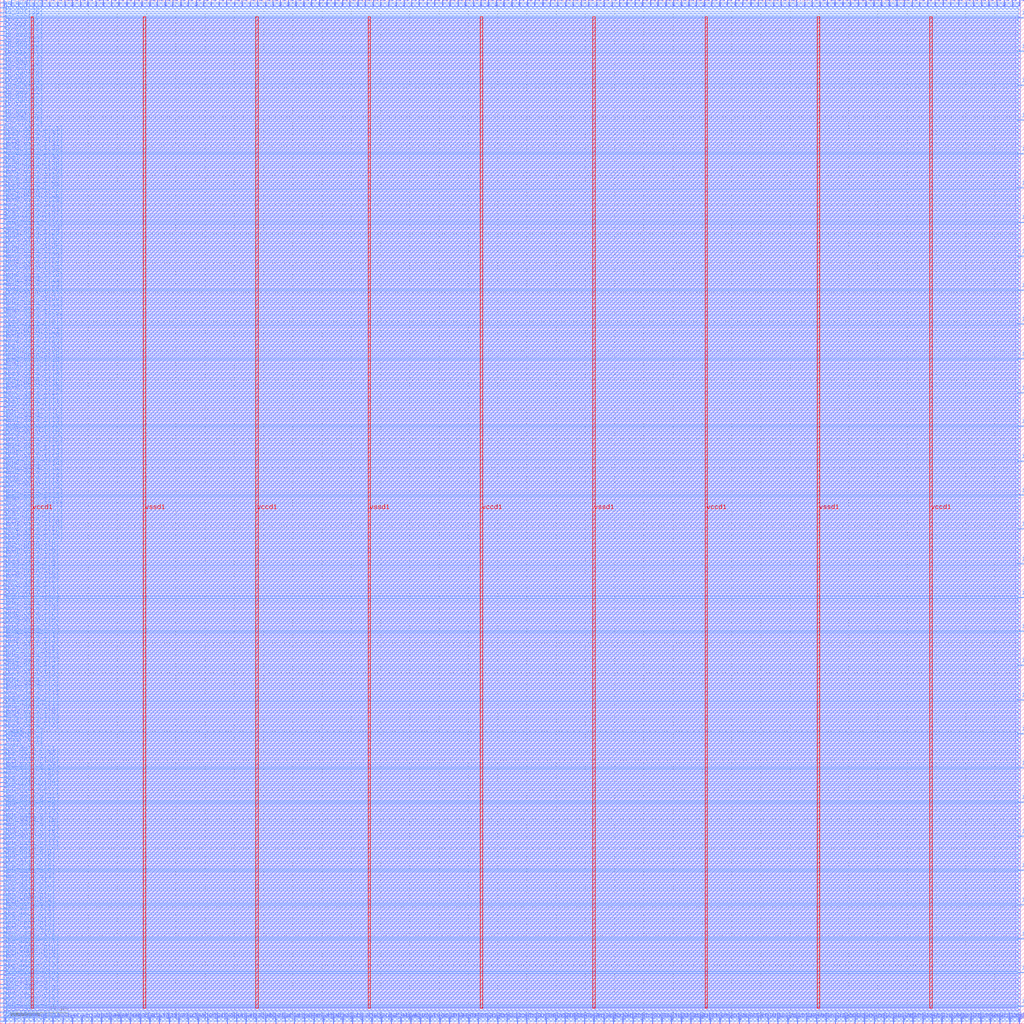
<source format=lef>
VERSION 5.7 ;
  NOWIREEXTENSIONATPIN ON ;
  DIVIDERCHAR "/" ;
  BUSBITCHARS "[]" ;
MACRO vco_adc_wrapper
  CLASS BLOCK ;
  FOREIGN vco_adc_wrapper ;
  ORIGIN 0.000 0.000 ;
  SIZE 700.000 BY 700.000 ;
  PIN adc0_dat_i[0]
    DIRECTION INPUT ;
    USE SIGNAL ;
    PORT
      LAYER met2 ;
        RECT 2.390 696.000 2.670 700.000 ;
    END
  END adc0_dat_i[0]
  PIN adc0_dat_i[10]
    DIRECTION INPUT ;
    USE SIGNAL ;
    PORT
      LAYER met2 ;
        RECT 175.810 696.000 176.090 700.000 ;
    END
  END adc0_dat_i[10]
  PIN adc0_dat_i[11]
    DIRECTION INPUT ;
    USE SIGNAL ;
    PORT
      LAYER met2 ;
        RECT 191.450 696.000 191.730 700.000 ;
    END
  END adc0_dat_i[11]
  PIN adc0_dat_i[12]
    DIRECTION INPUT ;
    USE SIGNAL ;
    PORT
      LAYER met2 ;
        RECT 207.550 696.000 207.830 700.000 ;
    END
  END adc0_dat_i[12]
  PIN adc0_dat_i[13]
    DIRECTION INPUT ;
    USE SIGNAL ;
    PORT
      LAYER met2 ;
        RECT 223.190 696.000 223.470 700.000 ;
    END
  END adc0_dat_i[13]
  PIN adc0_dat_i[14]
    DIRECTION INPUT ;
    USE SIGNAL ;
    PORT
      LAYER met2 ;
        RECT 238.830 696.000 239.110 700.000 ;
    END
  END adc0_dat_i[14]
  PIN adc0_dat_i[15]
    DIRECTION INPUT ;
    USE SIGNAL ;
    PORT
      LAYER met2 ;
        RECT 254.930 696.000 255.210 700.000 ;
    END
  END adc0_dat_i[15]
  PIN adc0_dat_i[16]
    DIRECTION INPUT ;
    USE SIGNAL ;
    PORT
      LAYER met2 ;
        RECT 270.570 696.000 270.850 700.000 ;
    END
  END adc0_dat_i[16]
  PIN adc0_dat_i[17]
    DIRECTION INPUT ;
    USE SIGNAL ;
    PORT
      LAYER met2 ;
        RECT 286.210 696.000 286.490 700.000 ;
    END
  END adc0_dat_i[17]
  PIN adc0_dat_i[18]
    DIRECTION INPUT ;
    USE SIGNAL ;
    PORT
      LAYER met2 ;
        RECT 302.310 696.000 302.590 700.000 ;
    END
  END adc0_dat_i[18]
  PIN adc0_dat_i[19]
    DIRECTION INPUT ;
    USE SIGNAL ;
    PORT
      LAYER met2 ;
        RECT 317.950 696.000 318.230 700.000 ;
    END
  END adc0_dat_i[19]
  PIN adc0_dat_i[1]
    DIRECTION INPUT ;
    USE SIGNAL ;
    PORT
      LAYER met2 ;
        RECT 23.090 696.000 23.370 700.000 ;
    END
  END adc0_dat_i[1]
  PIN adc0_dat_i[20]
    DIRECTION INPUT ;
    USE SIGNAL ;
    PORT
      LAYER met2 ;
        RECT 333.590 696.000 333.870 700.000 ;
    END
  END adc0_dat_i[20]
  PIN adc0_dat_i[21]
    DIRECTION INPUT ;
    USE SIGNAL ;
    PORT
      LAYER met2 ;
        RECT 349.690 696.000 349.970 700.000 ;
    END
  END adc0_dat_i[21]
  PIN adc0_dat_i[22]
    DIRECTION INPUT ;
    USE SIGNAL ;
    PORT
      LAYER met2 ;
        RECT 365.330 696.000 365.610 700.000 ;
    END
  END adc0_dat_i[22]
  PIN adc0_dat_i[23]
    DIRECTION INPUT ;
    USE SIGNAL ;
    PORT
      LAYER met2 ;
        RECT 380.970 696.000 381.250 700.000 ;
    END
  END adc0_dat_i[23]
  PIN adc0_dat_i[24]
    DIRECTION INPUT ;
    USE SIGNAL ;
    PORT
      LAYER met2 ;
        RECT 397.070 696.000 397.350 700.000 ;
    END
  END adc0_dat_i[24]
  PIN adc0_dat_i[25]
    DIRECTION INPUT ;
    USE SIGNAL ;
    PORT
      LAYER met2 ;
        RECT 412.710 696.000 412.990 700.000 ;
    END
  END adc0_dat_i[25]
  PIN adc0_dat_i[26]
    DIRECTION INPUT ;
    USE SIGNAL ;
    PORT
      LAYER met2 ;
        RECT 428.350 696.000 428.630 700.000 ;
    END
  END adc0_dat_i[26]
  PIN adc0_dat_i[27]
    DIRECTION INPUT ;
    USE SIGNAL ;
    PORT
      LAYER met2 ;
        RECT 444.450 696.000 444.730 700.000 ;
    END
  END adc0_dat_i[27]
  PIN adc0_dat_i[28]
    DIRECTION INPUT ;
    USE SIGNAL ;
    PORT
      LAYER met2 ;
        RECT 460.090 696.000 460.370 700.000 ;
    END
  END adc0_dat_i[28]
  PIN adc0_dat_i[29]
    DIRECTION INPUT ;
    USE SIGNAL ;
    PORT
      LAYER met2 ;
        RECT 475.730 696.000 476.010 700.000 ;
    END
  END adc0_dat_i[29]
  PIN adc0_dat_i[2]
    DIRECTION INPUT ;
    USE SIGNAL ;
    PORT
      LAYER met2 ;
        RECT 44.250 696.000 44.530 700.000 ;
    END
  END adc0_dat_i[2]
  PIN adc0_dat_i[30]
    DIRECTION INPUT ;
    USE SIGNAL ;
    PORT
      LAYER met2 ;
        RECT 491.830 696.000 492.110 700.000 ;
    END
  END adc0_dat_i[30]
  PIN adc0_dat_i[31]
    DIRECTION INPUT ;
    USE SIGNAL ;
    PORT
      LAYER met2 ;
        RECT 507.470 696.000 507.750 700.000 ;
    END
  END adc0_dat_i[31]
  PIN adc0_dat_i[3]
    DIRECTION INPUT ;
    USE SIGNAL ;
    PORT
      LAYER met2 ;
        RECT 65.410 696.000 65.690 700.000 ;
    END
  END adc0_dat_i[3]
  PIN adc0_dat_i[4]
    DIRECTION INPUT ;
    USE SIGNAL ;
    PORT
      LAYER met2 ;
        RECT 81.050 696.000 81.330 700.000 ;
    END
  END adc0_dat_i[4]
  PIN adc0_dat_i[5]
    DIRECTION INPUT ;
    USE SIGNAL ;
    PORT
      LAYER met2 ;
        RECT 96.690 696.000 96.970 700.000 ;
    END
  END adc0_dat_i[5]
  PIN adc0_dat_i[6]
    DIRECTION INPUT ;
    USE SIGNAL ;
    PORT
      LAYER met2 ;
        RECT 112.790 696.000 113.070 700.000 ;
    END
  END adc0_dat_i[6]
  PIN adc0_dat_i[7]
    DIRECTION INPUT ;
    USE SIGNAL ;
    PORT
      LAYER met2 ;
        RECT 128.430 696.000 128.710 700.000 ;
    END
  END adc0_dat_i[7]
  PIN adc0_dat_i[8]
    DIRECTION INPUT ;
    USE SIGNAL ;
    PORT
      LAYER met2 ;
        RECT 144.070 696.000 144.350 700.000 ;
    END
  END adc0_dat_i[8]
  PIN adc0_dat_i[9]
    DIRECTION INPUT ;
    USE SIGNAL ;
    PORT
      LAYER met2 ;
        RECT 160.170 696.000 160.450 700.000 ;
    END
  END adc0_dat_i[9]
  PIN adc1_dat_i[0]
    DIRECTION INPUT ;
    USE SIGNAL ;
    PORT
      LAYER met2 ;
        RECT 7.450 696.000 7.730 700.000 ;
    END
  END adc1_dat_i[0]
  PIN adc1_dat_i[10]
    DIRECTION INPUT ;
    USE SIGNAL ;
    PORT
      LAYER met2 ;
        RECT 181.330 696.000 181.610 700.000 ;
    END
  END adc1_dat_i[10]
  PIN adc1_dat_i[11]
    DIRECTION INPUT ;
    USE SIGNAL ;
    PORT
      LAYER met2 ;
        RECT 196.970 696.000 197.250 700.000 ;
    END
  END adc1_dat_i[11]
  PIN adc1_dat_i[12]
    DIRECTION INPUT ;
    USE SIGNAL ;
    PORT
      LAYER met2 ;
        RECT 212.610 696.000 212.890 700.000 ;
    END
  END adc1_dat_i[12]
  PIN adc1_dat_i[13]
    DIRECTION INPUT ;
    USE SIGNAL ;
    PORT
      LAYER met2 ;
        RECT 228.710 696.000 228.990 700.000 ;
    END
  END adc1_dat_i[13]
  PIN adc1_dat_i[14]
    DIRECTION INPUT ;
    USE SIGNAL ;
    PORT
      LAYER met2 ;
        RECT 244.350 696.000 244.630 700.000 ;
    END
  END adc1_dat_i[14]
  PIN adc1_dat_i[15]
    DIRECTION INPUT ;
    USE SIGNAL ;
    PORT
      LAYER met2 ;
        RECT 259.990 696.000 260.270 700.000 ;
    END
  END adc1_dat_i[15]
  PIN adc1_dat_i[16]
    DIRECTION INPUT ;
    USE SIGNAL ;
    PORT
      LAYER met2 ;
        RECT 276.090 696.000 276.370 700.000 ;
    END
  END adc1_dat_i[16]
  PIN adc1_dat_i[17]
    DIRECTION INPUT ;
    USE SIGNAL ;
    PORT
      LAYER met2 ;
        RECT 291.730 696.000 292.010 700.000 ;
    END
  END adc1_dat_i[17]
  PIN adc1_dat_i[18]
    DIRECTION INPUT ;
    USE SIGNAL ;
    PORT
      LAYER met2 ;
        RECT 307.370 696.000 307.650 700.000 ;
    END
  END adc1_dat_i[18]
  PIN adc1_dat_i[19]
    DIRECTION INPUT ;
    USE SIGNAL ;
    PORT
      LAYER met2 ;
        RECT 323.470 696.000 323.750 700.000 ;
    END
  END adc1_dat_i[19]
  PIN adc1_dat_i[1]
    DIRECTION INPUT ;
    USE SIGNAL ;
    PORT
      LAYER met2 ;
        RECT 28.610 696.000 28.890 700.000 ;
    END
  END adc1_dat_i[1]
  PIN adc1_dat_i[20]
    DIRECTION INPUT ;
    USE SIGNAL ;
    PORT
      LAYER met2 ;
        RECT 339.110 696.000 339.390 700.000 ;
    END
  END adc1_dat_i[20]
  PIN adc1_dat_i[21]
    DIRECTION INPUT ;
    USE SIGNAL ;
    PORT
      LAYER met2 ;
        RECT 354.750 696.000 355.030 700.000 ;
    END
  END adc1_dat_i[21]
  PIN adc1_dat_i[22]
    DIRECTION INPUT ;
    USE SIGNAL ;
    PORT
      LAYER met2 ;
        RECT 370.850 696.000 371.130 700.000 ;
    END
  END adc1_dat_i[22]
  PIN adc1_dat_i[23]
    DIRECTION INPUT ;
    USE SIGNAL ;
    PORT
      LAYER met2 ;
        RECT 386.490 696.000 386.770 700.000 ;
    END
  END adc1_dat_i[23]
  PIN adc1_dat_i[24]
    DIRECTION INPUT ;
    USE SIGNAL ;
    PORT
      LAYER met2 ;
        RECT 402.130 696.000 402.410 700.000 ;
    END
  END adc1_dat_i[24]
  PIN adc1_dat_i[25]
    DIRECTION INPUT ;
    USE SIGNAL ;
    PORT
      LAYER met2 ;
        RECT 418.230 696.000 418.510 700.000 ;
    END
  END adc1_dat_i[25]
  PIN adc1_dat_i[26]
    DIRECTION INPUT ;
    USE SIGNAL ;
    PORT
      LAYER met2 ;
        RECT 433.870 696.000 434.150 700.000 ;
    END
  END adc1_dat_i[26]
  PIN adc1_dat_i[27]
    DIRECTION INPUT ;
    USE SIGNAL ;
    PORT
      LAYER met2 ;
        RECT 449.510 696.000 449.790 700.000 ;
    END
  END adc1_dat_i[27]
  PIN adc1_dat_i[28]
    DIRECTION INPUT ;
    USE SIGNAL ;
    PORT
      LAYER met2 ;
        RECT 465.610 696.000 465.890 700.000 ;
    END
  END adc1_dat_i[28]
  PIN adc1_dat_i[29]
    DIRECTION INPUT ;
    USE SIGNAL ;
    PORT
      LAYER met2 ;
        RECT 481.250 696.000 481.530 700.000 ;
    END
  END adc1_dat_i[29]
  PIN adc1_dat_i[2]
    DIRECTION INPUT ;
    USE SIGNAL ;
    PORT
      LAYER met2 ;
        RECT 49.310 696.000 49.590 700.000 ;
    END
  END adc1_dat_i[2]
  PIN adc1_dat_i[30]
    DIRECTION INPUT ;
    USE SIGNAL ;
    PORT
      LAYER met2 ;
        RECT 496.890 696.000 497.170 700.000 ;
    END
  END adc1_dat_i[30]
  PIN adc1_dat_i[31]
    DIRECTION INPUT ;
    USE SIGNAL ;
    PORT
      LAYER met2 ;
        RECT 512.990 696.000 513.270 700.000 ;
    END
  END adc1_dat_i[31]
  PIN adc1_dat_i[3]
    DIRECTION INPUT ;
    USE SIGNAL ;
    PORT
      LAYER met2 ;
        RECT 70.470 696.000 70.750 700.000 ;
    END
  END adc1_dat_i[3]
  PIN adc1_dat_i[4]
    DIRECTION INPUT ;
    USE SIGNAL ;
    PORT
      LAYER met2 ;
        RECT 86.570 696.000 86.850 700.000 ;
    END
  END adc1_dat_i[4]
  PIN adc1_dat_i[5]
    DIRECTION INPUT ;
    USE SIGNAL ;
    PORT
      LAYER met2 ;
        RECT 102.210 696.000 102.490 700.000 ;
    END
  END adc1_dat_i[5]
  PIN adc1_dat_i[6]
    DIRECTION INPUT ;
    USE SIGNAL ;
    PORT
      LAYER met2 ;
        RECT 117.850 696.000 118.130 700.000 ;
    END
  END adc1_dat_i[6]
  PIN adc1_dat_i[7]
    DIRECTION INPUT ;
    USE SIGNAL ;
    PORT
      LAYER met2 ;
        RECT 133.950 696.000 134.230 700.000 ;
    END
  END adc1_dat_i[7]
  PIN adc1_dat_i[8]
    DIRECTION INPUT ;
    USE SIGNAL ;
    PORT
      LAYER met2 ;
        RECT 149.590 696.000 149.870 700.000 ;
    END
  END adc1_dat_i[8]
  PIN adc1_dat_i[9]
    DIRECTION INPUT ;
    USE SIGNAL ;
    PORT
      LAYER met2 ;
        RECT 165.230 696.000 165.510 700.000 ;
    END
  END adc1_dat_i[9]
  PIN adc2_dat_i[0]
    DIRECTION INPUT ;
    USE SIGNAL ;
    PORT
      LAYER met2 ;
        RECT 12.510 696.000 12.790 700.000 ;
    END
  END adc2_dat_i[0]
  PIN adc2_dat_i[10]
    DIRECTION INPUT ;
    USE SIGNAL ;
    PORT
      LAYER met2 ;
        RECT 186.390 696.000 186.670 700.000 ;
    END
  END adc2_dat_i[10]
  PIN adc2_dat_i[11]
    DIRECTION INPUT ;
    USE SIGNAL ;
    PORT
      LAYER met2 ;
        RECT 202.030 696.000 202.310 700.000 ;
    END
  END adc2_dat_i[11]
  PIN adc2_dat_i[12]
    DIRECTION INPUT ;
    USE SIGNAL ;
    PORT
      LAYER met2 ;
        RECT 218.130 696.000 218.410 700.000 ;
    END
  END adc2_dat_i[12]
  PIN adc2_dat_i[13]
    DIRECTION INPUT ;
    USE SIGNAL ;
    PORT
      LAYER met2 ;
        RECT 233.770 696.000 234.050 700.000 ;
    END
  END adc2_dat_i[13]
  PIN adc2_dat_i[14]
    DIRECTION INPUT ;
    USE SIGNAL ;
    PORT
      LAYER met2 ;
        RECT 249.410 696.000 249.690 700.000 ;
    END
  END adc2_dat_i[14]
  PIN adc2_dat_i[15]
    DIRECTION INPUT ;
    USE SIGNAL ;
    PORT
      LAYER met2 ;
        RECT 265.510 696.000 265.790 700.000 ;
    END
  END adc2_dat_i[15]
  PIN adc2_dat_i[16]
    DIRECTION INPUT ;
    USE SIGNAL ;
    PORT
      LAYER met2 ;
        RECT 281.150 696.000 281.430 700.000 ;
    END
  END adc2_dat_i[16]
  PIN adc2_dat_i[17]
    DIRECTION INPUT ;
    USE SIGNAL ;
    PORT
      LAYER met2 ;
        RECT 296.790 696.000 297.070 700.000 ;
    END
  END adc2_dat_i[17]
  PIN adc2_dat_i[18]
    DIRECTION INPUT ;
    USE SIGNAL ;
    PORT
      LAYER met2 ;
        RECT 312.890 696.000 313.170 700.000 ;
    END
  END adc2_dat_i[18]
  PIN adc2_dat_i[19]
    DIRECTION INPUT ;
    USE SIGNAL ;
    PORT
      LAYER met2 ;
        RECT 328.530 696.000 328.810 700.000 ;
    END
  END adc2_dat_i[19]
  PIN adc2_dat_i[1]
    DIRECTION INPUT ;
    USE SIGNAL ;
    PORT
      LAYER met2 ;
        RECT 33.670 696.000 33.950 700.000 ;
    END
  END adc2_dat_i[1]
  PIN adc2_dat_i[20]
    DIRECTION INPUT ;
    USE SIGNAL ;
    PORT
      LAYER met2 ;
        RECT 344.170 696.000 344.450 700.000 ;
    END
  END adc2_dat_i[20]
  PIN adc2_dat_i[21]
    DIRECTION INPUT ;
    USE SIGNAL ;
    PORT
      LAYER met2 ;
        RECT 360.270 696.000 360.550 700.000 ;
    END
  END adc2_dat_i[21]
  PIN adc2_dat_i[22]
    DIRECTION INPUT ;
    USE SIGNAL ;
    PORT
      LAYER met2 ;
        RECT 375.910 696.000 376.190 700.000 ;
    END
  END adc2_dat_i[22]
  PIN adc2_dat_i[23]
    DIRECTION INPUT ;
    USE SIGNAL ;
    PORT
      LAYER met2 ;
        RECT 391.550 696.000 391.830 700.000 ;
    END
  END adc2_dat_i[23]
  PIN adc2_dat_i[24]
    DIRECTION INPUT ;
    USE SIGNAL ;
    PORT
      LAYER met2 ;
        RECT 407.650 696.000 407.930 700.000 ;
    END
  END adc2_dat_i[24]
  PIN adc2_dat_i[25]
    DIRECTION INPUT ;
    USE SIGNAL ;
    PORT
      LAYER met2 ;
        RECT 423.290 696.000 423.570 700.000 ;
    END
  END adc2_dat_i[25]
  PIN adc2_dat_i[26]
    DIRECTION INPUT ;
    USE SIGNAL ;
    PORT
      LAYER met2 ;
        RECT 438.930 696.000 439.210 700.000 ;
    END
  END adc2_dat_i[26]
  PIN adc2_dat_i[27]
    DIRECTION INPUT ;
    USE SIGNAL ;
    PORT
      LAYER met2 ;
        RECT 455.030 696.000 455.310 700.000 ;
    END
  END adc2_dat_i[27]
  PIN adc2_dat_i[28]
    DIRECTION INPUT ;
    USE SIGNAL ;
    PORT
      LAYER met2 ;
        RECT 470.670 696.000 470.950 700.000 ;
    END
  END adc2_dat_i[28]
  PIN adc2_dat_i[29]
    DIRECTION INPUT ;
    USE SIGNAL ;
    PORT
      LAYER met2 ;
        RECT 486.310 696.000 486.590 700.000 ;
    END
  END adc2_dat_i[29]
  PIN adc2_dat_i[2]
    DIRECTION INPUT ;
    USE SIGNAL ;
    PORT
      LAYER met2 ;
        RECT 54.830 696.000 55.110 700.000 ;
    END
  END adc2_dat_i[2]
  PIN adc2_dat_i[30]
    DIRECTION INPUT ;
    USE SIGNAL ;
    PORT
      LAYER met2 ;
        RECT 502.410 696.000 502.690 700.000 ;
    END
  END adc2_dat_i[30]
  PIN adc2_dat_i[31]
    DIRECTION INPUT ;
    USE SIGNAL ;
    PORT
      LAYER met2 ;
        RECT 518.050 696.000 518.330 700.000 ;
    END
  END adc2_dat_i[31]
  PIN adc2_dat_i[3]
    DIRECTION INPUT ;
    USE SIGNAL ;
    PORT
      LAYER met2 ;
        RECT 75.990 696.000 76.270 700.000 ;
    END
  END adc2_dat_i[3]
  PIN adc2_dat_i[4]
    DIRECTION INPUT ;
    USE SIGNAL ;
    PORT
      LAYER met2 ;
        RECT 91.630 696.000 91.910 700.000 ;
    END
  END adc2_dat_i[4]
  PIN adc2_dat_i[5]
    DIRECTION INPUT ;
    USE SIGNAL ;
    PORT
      LAYER met2 ;
        RECT 107.270 696.000 107.550 700.000 ;
    END
  END adc2_dat_i[5]
  PIN adc2_dat_i[6]
    DIRECTION INPUT ;
    USE SIGNAL ;
    PORT
      LAYER met2 ;
        RECT 123.370 696.000 123.650 700.000 ;
    END
  END adc2_dat_i[6]
  PIN adc2_dat_i[7]
    DIRECTION INPUT ;
    USE SIGNAL ;
    PORT
      LAYER met2 ;
        RECT 139.010 696.000 139.290 700.000 ;
    END
  END adc2_dat_i[7]
  PIN adc2_dat_i[8]
    DIRECTION INPUT ;
    USE SIGNAL ;
    PORT
      LAYER met2 ;
        RECT 154.650 696.000 154.930 700.000 ;
    END
  END adc2_dat_i[8]
  PIN adc2_dat_i[9]
    DIRECTION INPUT ;
    USE SIGNAL ;
    PORT
      LAYER met2 ;
        RECT 170.750 696.000 171.030 700.000 ;
    END
  END adc2_dat_i[9]
  PIN adc_dvalid_i[0]
    DIRECTION INPUT ;
    USE SIGNAL ;
    PORT
      LAYER met2 ;
        RECT 18.030 696.000 18.310 700.000 ;
    END
  END adc_dvalid_i[0]
  PIN adc_dvalid_i[1]
    DIRECTION INPUT ;
    USE SIGNAL ;
    PORT
      LAYER met2 ;
        RECT 39.190 696.000 39.470 700.000 ;
    END
  END adc_dvalid_i[1]
  PIN adc_dvalid_i[2]
    DIRECTION INPUT ;
    USE SIGNAL ;
    PORT
      LAYER met2 ;
        RECT 59.890 696.000 60.170 700.000 ;
    END
  END adc_dvalid_i[2]
  PIN io_oeb[0]
    DIRECTION OUTPUT TRISTATE ;
    USE SIGNAL ;
    PORT
      LAYER met3 ;
        RECT 696.000 34.720 700.000 35.320 ;
    END
  END io_oeb[0]
  PIN io_oeb[10]
    DIRECTION OUTPUT TRISTATE ;
    USE SIGNAL ;
    PORT
      LAYER met3 ;
        RECT 696.000 501.200 700.000 501.800 ;
    END
  END io_oeb[10]
  PIN io_oeb[11]
    DIRECTION OUTPUT TRISTATE ;
    USE SIGNAL ;
    PORT
      LAYER met3 ;
        RECT 696.000 547.440 700.000 548.040 ;
    END
  END io_oeb[11]
  PIN io_oeb[12]
    DIRECTION OUTPUT TRISTATE ;
    USE SIGNAL ;
    PORT
      LAYER met3 ;
        RECT 696.000 594.360 700.000 594.960 ;
    END
  END io_oeb[12]
  PIN io_oeb[13]
    DIRECTION OUTPUT TRISTATE ;
    USE SIGNAL ;
    PORT
      LAYER met3 ;
        RECT 696.000 641.280 700.000 641.880 ;
    END
  END io_oeb[13]
  PIN io_oeb[14]
    DIRECTION OUTPUT TRISTATE ;
    USE SIGNAL ;
    PORT
      LAYER met3 ;
        RECT 696.000 687.520 700.000 688.120 ;
    END
  END io_oeb[14]
  PIN io_oeb[15]
    DIRECTION OUTPUT TRISTATE ;
    USE SIGNAL ;
    PORT
      LAYER met2 ;
        RECT 696.990 696.000 697.270 700.000 ;
    END
  END io_oeb[15]
  PIN io_oeb[16]
    DIRECTION OUTPUT TRISTATE ;
    USE SIGNAL ;
    PORT
      LAYER met2 ;
        RECT 686.410 696.000 686.690 700.000 ;
    END
  END io_oeb[16]
  PIN io_oeb[17]
    DIRECTION OUTPUT TRISTATE ;
    USE SIGNAL ;
    PORT
      LAYER met2 ;
        RECT 675.830 696.000 676.110 700.000 ;
    END
  END io_oeb[17]
  PIN io_oeb[18]
    DIRECTION OUTPUT TRISTATE ;
    USE SIGNAL ;
    PORT
      LAYER met2 ;
        RECT 665.250 696.000 665.530 700.000 ;
    END
  END io_oeb[18]
  PIN io_oeb[19]
    DIRECTION OUTPUT TRISTATE ;
    USE SIGNAL ;
    PORT
      LAYER met2 ;
        RECT 655.130 696.000 655.410 700.000 ;
    END
  END io_oeb[19]
  PIN io_oeb[1]
    DIRECTION OUTPUT TRISTATE ;
    USE SIGNAL ;
    PORT
      LAYER met3 ;
        RECT 696.000 80.960 700.000 81.560 ;
    END
  END io_oeb[1]
  PIN io_oeb[20]
    DIRECTION OUTPUT TRISTATE ;
    USE SIGNAL ;
    PORT
      LAYER met2 ;
        RECT 644.550 696.000 644.830 700.000 ;
    END
  END io_oeb[20]
  PIN io_oeb[21]
    DIRECTION OUTPUT TRISTATE ;
    USE SIGNAL ;
    PORT
      LAYER met2 ;
        RECT 633.970 696.000 634.250 700.000 ;
    END
  END io_oeb[21]
  PIN io_oeb[22]
    DIRECTION OUTPUT TRISTATE ;
    USE SIGNAL ;
    PORT
      LAYER met2 ;
        RECT 623.390 696.000 623.670 700.000 ;
    END
  END io_oeb[22]
  PIN io_oeb[23]
    DIRECTION OUTPUT TRISTATE ;
    USE SIGNAL ;
    PORT
      LAYER met2 ;
        RECT 612.810 696.000 613.090 700.000 ;
    END
  END io_oeb[23]
  PIN io_oeb[24]
    DIRECTION OUTPUT TRISTATE ;
    USE SIGNAL ;
    PORT
      LAYER met3 ;
        RECT 0.000 614.080 4.000 614.680 ;
    END
  END io_oeb[24]
  PIN io_oeb[25]
    DIRECTION OUTPUT TRISTATE ;
    USE SIGNAL ;
    PORT
      LAYER met3 ;
        RECT 0.000 620.200 4.000 620.800 ;
    END
  END io_oeb[25]
  PIN io_oeb[26]
    DIRECTION OUTPUT TRISTATE ;
    USE SIGNAL ;
    PORT
      LAYER met3 ;
        RECT 0.000 627.000 4.000 627.600 ;
    END
  END io_oeb[26]
  PIN io_oeb[27]
    DIRECTION OUTPUT TRISTATE ;
    USE SIGNAL ;
    PORT
      LAYER met3 ;
        RECT 0.000 633.120 4.000 633.720 ;
    END
  END io_oeb[27]
  PIN io_oeb[28]
    DIRECTION OUTPUT TRISTATE ;
    USE SIGNAL ;
    PORT
      LAYER met3 ;
        RECT 0.000 639.920 4.000 640.520 ;
    END
  END io_oeb[28]
  PIN io_oeb[29]
    DIRECTION OUTPUT TRISTATE ;
    USE SIGNAL ;
    PORT
      LAYER met3 ;
        RECT 0.000 646.040 4.000 646.640 ;
    END
  END io_oeb[29]
  PIN io_oeb[2]
    DIRECTION OUTPUT TRISTATE ;
    USE SIGNAL ;
    PORT
      LAYER met3 ;
        RECT 696.000 127.880 700.000 128.480 ;
    END
  END io_oeb[2]
  PIN io_oeb[30]
    DIRECTION OUTPUT TRISTATE ;
    USE SIGNAL ;
    PORT
      LAYER met3 ;
        RECT 0.000 652.840 4.000 653.440 ;
    END
  END io_oeb[30]
  PIN io_oeb[31]
    DIRECTION OUTPUT TRISTATE ;
    USE SIGNAL ;
    PORT
      LAYER met3 ;
        RECT 0.000 658.960 4.000 659.560 ;
    END
  END io_oeb[31]
  PIN io_oeb[32]
    DIRECTION OUTPUT TRISTATE ;
    USE SIGNAL ;
    PORT
      LAYER met3 ;
        RECT 0.000 665.760 4.000 666.360 ;
    END
  END io_oeb[32]
  PIN io_oeb[33]
    DIRECTION OUTPUT TRISTATE ;
    USE SIGNAL ;
    PORT
      LAYER met3 ;
        RECT 0.000 671.880 4.000 672.480 ;
    END
  END io_oeb[33]
  PIN io_oeb[34]
    DIRECTION OUTPUT TRISTATE ;
    USE SIGNAL ;
    PORT
      LAYER met3 ;
        RECT 0.000 678.000 4.000 678.600 ;
    END
  END io_oeb[34]
  PIN io_oeb[35]
    DIRECTION OUTPUT TRISTATE ;
    USE SIGNAL ;
    PORT
      LAYER met3 ;
        RECT 0.000 684.800 4.000 685.400 ;
    END
  END io_oeb[35]
  PIN io_oeb[36]
    DIRECTION OUTPUT TRISTATE ;
    USE SIGNAL ;
    PORT
      LAYER met3 ;
        RECT 0.000 690.920 4.000 691.520 ;
    END
  END io_oeb[36]
  PIN io_oeb[37]
    DIRECTION OUTPUT TRISTATE ;
    USE SIGNAL ;
    PORT
      LAYER met3 ;
        RECT 0.000 697.720 4.000 698.320 ;
    END
  END io_oeb[37]
  PIN io_oeb[3]
    DIRECTION OUTPUT TRISTATE ;
    USE SIGNAL ;
    PORT
      LAYER met3 ;
        RECT 696.000 174.800 700.000 175.400 ;
    END
  END io_oeb[3]
  PIN io_oeb[4]
    DIRECTION OUTPUT TRISTATE ;
    USE SIGNAL ;
    PORT
      LAYER met3 ;
        RECT 696.000 221.040 700.000 221.640 ;
    END
  END io_oeb[4]
  PIN io_oeb[5]
    DIRECTION OUTPUT TRISTATE ;
    USE SIGNAL ;
    PORT
      LAYER met3 ;
        RECT 696.000 267.960 700.000 268.560 ;
    END
  END io_oeb[5]
  PIN io_oeb[6]
    DIRECTION OUTPUT TRISTATE ;
    USE SIGNAL ;
    PORT
      LAYER met3 ;
        RECT 696.000 314.200 700.000 314.800 ;
    END
  END io_oeb[6]
  PIN io_oeb[7]
    DIRECTION OUTPUT TRISTATE ;
    USE SIGNAL ;
    PORT
      LAYER met3 ;
        RECT 696.000 361.120 700.000 361.720 ;
    END
  END io_oeb[7]
  PIN io_oeb[8]
    DIRECTION OUTPUT TRISTATE ;
    USE SIGNAL ;
    PORT
      LAYER met3 ;
        RECT 696.000 408.040 700.000 408.640 ;
    END
  END io_oeb[8]
  PIN io_oeb[9]
    DIRECTION OUTPUT TRISTATE ;
    USE SIGNAL ;
    PORT
      LAYER met3 ;
        RECT 696.000 454.280 700.000 454.880 ;
    END
  END io_oeb[9]
  PIN io_out[0]
    DIRECTION OUTPUT TRISTATE ;
    USE SIGNAL ;
    PORT
      LAYER met3 ;
        RECT 696.000 11.600 700.000 12.200 ;
    END
  END io_out[0]
  PIN io_out[10]
    DIRECTION OUTPUT TRISTATE ;
    USE SIGNAL ;
    PORT
      LAYER met3 ;
        RECT 696.000 478.080 700.000 478.680 ;
    END
  END io_out[10]
  PIN io_out[11]
    DIRECTION OUTPUT TRISTATE ;
    USE SIGNAL ;
    PORT
      LAYER met3 ;
        RECT 696.000 524.320 700.000 524.920 ;
    END
  END io_out[11]
  PIN io_out[12]
    DIRECTION OUTPUT TRISTATE ;
    USE SIGNAL ;
    PORT
      LAYER met3 ;
        RECT 696.000 571.240 700.000 571.840 ;
    END
  END io_out[12]
  PIN io_out[13]
    DIRECTION OUTPUT TRISTATE ;
    USE SIGNAL ;
    PORT
      LAYER met3 ;
        RECT 696.000 617.480 700.000 618.080 ;
    END
  END io_out[13]
  PIN io_out[14]
    DIRECTION OUTPUT TRISTATE ;
    USE SIGNAL ;
    PORT
      LAYER met3 ;
        RECT 696.000 664.400 700.000 665.000 ;
    END
  END io_out[14]
  PIN io_out[15]
    DIRECTION OUTPUT TRISTATE ;
    USE SIGNAL ;
    PORT
      LAYER met2 ;
        RECT 691.930 696.000 692.210 700.000 ;
    END
  END io_out[15]
  PIN io_out[16]
    DIRECTION OUTPUT TRISTATE ;
    USE SIGNAL ;
    PORT
      LAYER met2 ;
        RECT 681.350 696.000 681.630 700.000 ;
    END
  END io_out[16]
  PIN io_out[17]
    DIRECTION OUTPUT TRISTATE ;
    USE SIGNAL ;
    PORT
      LAYER met2 ;
        RECT 670.770 696.000 671.050 700.000 ;
    END
  END io_out[17]
  PIN io_out[18]
    DIRECTION OUTPUT TRISTATE ;
    USE SIGNAL ;
    PORT
      LAYER met2 ;
        RECT 660.190 696.000 660.470 700.000 ;
    END
  END io_out[18]
  PIN io_out[19]
    DIRECTION OUTPUT TRISTATE ;
    USE SIGNAL ;
    PORT
      LAYER met2 ;
        RECT 649.610 696.000 649.890 700.000 ;
    END
  END io_out[19]
  PIN io_out[1]
    DIRECTION OUTPUT TRISTATE ;
    USE SIGNAL ;
    PORT
      LAYER met3 ;
        RECT 696.000 57.840 700.000 58.440 ;
    END
  END io_out[1]
  PIN io_out[20]
    DIRECTION OUTPUT TRISTATE ;
    USE SIGNAL ;
    PORT
      LAYER met2 ;
        RECT 639.030 696.000 639.310 700.000 ;
    END
  END io_out[20]
  PIN io_out[21]
    DIRECTION OUTPUT TRISTATE ;
    USE SIGNAL ;
    PORT
      LAYER met2 ;
        RECT 628.450 696.000 628.730 700.000 ;
    END
  END io_out[21]
  PIN io_out[22]
    DIRECTION OUTPUT TRISTATE ;
    USE SIGNAL ;
    PORT
      LAYER met2 ;
        RECT 617.870 696.000 618.150 700.000 ;
    END
  END io_out[22]
  PIN io_out[23]
    DIRECTION OUTPUT TRISTATE ;
    USE SIGNAL ;
    PORT
      LAYER met2 ;
        RECT 607.750 696.000 608.030 700.000 ;
    END
  END io_out[23]
  PIN io_out[24]
    DIRECTION OUTPUT TRISTATE ;
    USE SIGNAL ;
    PORT
      LAYER met3 ;
        RECT 0.000 610.680 4.000 611.280 ;
    END
  END io_out[24]
  PIN io_out[25]
    DIRECTION OUTPUT TRISTATE ;
    USE SIGNAL ;
    PORT
      LAYER met3 ;
        RECT 0.000 617.480 4.000 618.080 ;
    END
  END io_out[25]
  PIN io_out[26]
    DIRECTION OUTPUT TRISTATE ;
    USE SIGNAL ;
    PORT
      LAYER met3 ;
        RECT 0.000 623.600 4.000 624.200 ;
    END
  END io_out[26]
  PIN io_out[27]
    DIRECTION OUTPUT TRISTATE ;
    USE SIGNAL ;
    PORT
      LAYER met3 ;
        RECT 0.000 630.400 4.000 631.000 ;
    END
  END io_out[27]
  PIN io_out[28]
    DIRECTION OUTPUT TRISTATE ;
    USE SIGNAL ;
    PORT
      LAYER met3 ;
        RECT 0.000 636.520 4.000 637.120 ;
    END
  END io_out[28]
  PIN io_out[29]
    DIRECTION OUTPUT TRISTATE ;
    USE SIGNAL ;
    PORT
      LAYER met3 ;
        RECT 0.000 643.320 4.000 643.920 ;
    END
  END io_out[29]
  PIN io_out[2]
    DIRECTION OUTPUT TRISTATE ;
    USE SIGNAL ;
    PORT
      LAYER met3 ;
        RECT 696.000 104.760 700.000 105.360 ;
    END
  END io_out[2]
  PIN io_out[30]
    DIRECTION OUTPUT TRISTATE ;
    USE SIGNAL ;
    PORT
      LAYER met3 ;
        RECT 0.000 649.440 4.000 650.040 ;
    END
  END io_out[30]
  PIN io_out[31]
    DIRECTION OUTPUT TRISTATE ;
    USE SIGNAL ;
    PORT
      LAYER met3 ;
        RECT 0.000 655.560 4.000 656.160 ;
    END
  END io_out[31]
  PIN io_out[32]
    DIRECTION OUTPUT TRISTATE ;
    USE SIGNAL ;
    PORT
      LAYER met3 ;
        RECT 0.000 662.360 4.000 662.960 ;
    END
  END io_out[32]
  PIN io_out[33]
    DIRECTION OUTPUT TRISTATE ;
    USE SIGNAL ;
    PORT
      LAYER met3 ;
        RECT 0.000 668.480 4.000 669.080 ;
    END
  END io_out[33]
  PIN io_out[34]
    DIRECTION OUTPUT TRISTATE ;
    USE SIGNAL ;
    PORT
      LAYER met3 ;
        RECT 0.000 675.280 4.000 675.880 ;
    END
  END io_out[34]
  PIN io_out[35]
    DIRECTION OUTPUT TRISTATE ;
    USE SIGNAL ;
    PORT
      LAYER met3 ;
        RECT 0.000 681.400 4.000 682.000 ;
    END
  END io_out[35]
  PIN io_out[36]
    DIRECTION OUTPUT TRISTATE ;
    USE SIGNAL ;
    PORT
      LAYER met3 ;
        RECT 0.000 688.200 4.000 688.800 ;
    END
  END io_out[36]
  PIN io_out[37]
    DIRECTION OUTPUT TRISTATE ;
    USE SIGNAL ;
    PORT
      LAYER met3 ;
        RECT 0.000 694.320 4.000 694.920 ;
    END
  END io_out[37]
  PIN io_out[3]
    DIRECTION OUTPUT TRISTATE ;
    USE SIGNAL ;
    PORT
      LAYER met3 ;
        RECT 696.000 151.000 700.000 151.600 ;
    END
  END io_out[3]
  PIN io_out[4]
    DIRECTION OUTPUT TRISTATE ;
    USE SIGNAL ;
    PORT
      LAYER met3 ;
        RECT 696.000 197.920 700.000 198.520 ;
    END
  END io_out[4]
  PIN io_out[5]
    DIRECTION OUTPUT TRISTATE ;
    USE SIGNAL ;
    PORT
      LAYER met3 ;
        RECT 696.000 244.840 700.000 245.440 ;
    END
  END io_out[5]
  PIN io_out[6]
    DIRECTION OUTPUT TRISTATE ;
    USE SIGNAL ;
    PORT
      LAYER met3 ;
        RECT 696.000 291.080 700.000 291.680 ;
    END
  END io_out[6]
  PIN io_out[7]
    DIRECTION OUTPUT TRISTATE ;
    USE SIGNAL ;
    PORT
      LAYER met3 ;
        RECT 696.000 338.000 700.000 338.600 ;
    END
  END io_out[7]
  PIN io_out[8]
    DIRECTION OUTPUT TRISTATE ;
    USE SIGNAL ;
    PORT
      LAYER met3 ;
        RECT 696.000 384.240 700.000 384.840 ;
    END
  END io_out[8]
  PIN io_out[9]
    DIRECTION OUTPUT TRISTATE ;
    USE SIGNAL ;
    PORT
      LAYER met3 ;
        RECT 696.000 431.160 700.000 431.760 ;
    END
  END io_out[9]
  PIN mem0_data_i[0]
    DIRECTION INPUT ;
    USE SIGNAL ;
    PORT
      LAYER met3 ;
        RECT 0.000 199.960 4.000 200.560 ;
    END
  END mem0_data_i[0]
  PIN mem0_data_i[10]
    DIRECTION INPUT ;
    USE SIGNAL ;
    PORT
      LAYER met3 ;
        RECT 0.000 328.480 4.000 329.080 ;
    END
  END mem0_data_i[10]
  PIN mem0_data_i[11]
    DIRECTION INPUT ;
    USE SIGNAL ;
    PORT
      LAYER met3 ;
        RECT 0.000 341.400 4.000 342.000 ;
    END
  END mem0_data_i[11]
  PIN mem0_data_i[12]
    DIRECTION INPUT ;
    USE SIGNAL ;
    PORT
      LAYER met3 ;
        RECT 0.000 354.320 4.000 354.920 ;
    END
  END mem0_data_i[12]
  PIN mem0_data_i[13]
    DIRECTION INPUT ;
    USE SIGNAL ;
    PORT
      LAYER met3 ;
        RECT 0.000 367.240 4.000 367.840 ;
    END
  END mem0_data_i[13]
  PIN mem0_data_i[14]
    DIRECTION INPUT ;
    USE SIGNAL ;
    PORT
      LAYER met3 ;
        RECT 0.000 379.480 4.000 380.080 ;
    END
  END mem0_data_i[14]
  PIN mem0_data_i[15]
    DIRECTION INPUT ;
    USE SIGNAL ;
    PORT
      LAYER met3 ;
        RECT 0.000 392.400 4.000 393.000 ;
    END
  END mem0_data_i[15]
  PIN mem0_data_i[16]
    DIRECTION INPUT ;
    USE SIGNAL ;
    PORT
      LAYER met3 ;
        RECT 0.000 405.320 4.000 405.920 ;
    END
  END mem0_data_i[16]
  PIN mem0_data_i[17]
    DIRECTION INPUT ;
    USE SIGNAL ;
    PORT
      LAYER met3 ;
        RECT 0.000 418.240 4.000 418.840 ;
    END
  END mem0_data_i[17]
  PIN mem0_data_i[18]
    DIRECTION INPUT ;
    USE SIGNAL ;
    PORT
      LAYER met3 ;
        RECT 0.000 431.160 4.000 431.760 ;
    END
  END mem0_data_i[18]
  PIN mem0_data_i[19]
    DIRECTION INPUT ;
    USE SIGNAL ;
    PORT
      LAYER met3 ;
        RECT 0.000 444.080 4.000 444.680 ;
    END
  END mem0_data_i[19]
  PIN mem0_data_i[1]
    DIRECTION INPUT ;
    USE SIGNAL ;
    PORT
      LAYER met3 ;
        RECT 0.000 212.880 4.000 213.480 ;
    END
  END mem0_data_i[1]
  PIN mem0_data_i[20]
    DIRECTION INPUT ;
    USE SIGNAL ;
    PORT
      LAYER met3 ;
        RECT 0.000 457.000 4.000 457.600 ;
    END
  END mem0_data_i[20]
  PIN mem0_data_i[21]
    DIRECTION INPUT ;
    USE SIGNAL ;
    PORT
      LAYER met3 ;
        RECT 0.000 469.920 4.000 470.520 ;
    END
  END mem0_data_i[21]
  PIN mem0_data_i[22]
    DIRECTION INPUT ;
    USE SIGNAL ;
    PORT
      LAYER met3 ;
        RECT 0.000 482.840 4.000 483.440 ;
    END
  END mem0_data_i[22]
  PIN mem0_data_i[23]
    DIRECTION INPUT ;
    USE SIGNAL ;
    PORT
      LAYER met3 ;
        RECT 0.000 495.080 4.000 495.680 ;
    END
  END mem0_data_i[23]
  PIN mem0_data_i[24]
    DIRECTION INPUT ;
    USE SIGNAL ;
    PORT
      LAYER met3 ;
        RECT 0.000 508.000 4.000 508.600 ;
    END
  END mem0_data_i[24]
  PIN mem0_data_i[25]
    DIRECTION INPUT ;
    USE SIGNAL ;
    PORT
      LAYER met3 ;
        RECT 0.000 520.920 4.000 521.520 ;
    END
  END mem0_data_i[25]
  PIN mem0_data_i[26]
    DIRECTION INPUT ;
    USE SIGNAL ;
    PORT
      LAYER met3 ;
        RECT 0.000 533.840 4.000 534.440 ;
    END
  END mem0_data_i[26]
  PIN mem0_data_i[27]
    DIRECTION INPUT ;
    USE SIGNAL ;
    PORT
      LAYER met3 ;
        RECT 0.000 546.760 4.000 547.360 ;
    END
  END mem0_data_i[27]
  PIN mem0_data_i[28]
    DIRECTION INPUT ;
    USE SIGNAL ;
    PORT
      LAYER met3 ;
        RECT 0.000 559.680 4.000 560.280 ;
    END
  END mem0_data_i[28]
  PIN mem0_data_i[29]
    DIRECTION INPUT ;
    USE SIGNAL ;
    PORT
      LAYER met3 ;
        RECT 0.000 572.600 4.000 573.200 ;
    END
  END mem0_data_i[29]
  PIN mem0_data_i[2]
    DIRECTION INPUT ;
    USE SIGNAL ;
    PORT
      LAYER met3 ;
        RECT 0.000 225.800 4.000 226.400 ;
    END
  END mem0_data_i[2]
  PIN mem0_data_i[30]
    DIRECTION INPUT ;
    USE SIGNAL ;
    PORT
      LAYER met3 ;
        RECT 0.000 585.520 4.000 586.120 ;
    END
  END mem0_data_i[30]
  PIN mem0_data_i[31]
    DIRECTION INPUT ;
    USE SIGNAL ;
    PORT
      LAYER met3 ;
        RECT 0.000 597.760 4.000 598.360 ;
    END
  END mem0_data_i[31]
  PIN mem0_data_i[3]
    DIRECTION INPUT ;
    USE SIGNAL ;
    PORT
      LAYER met3 ;
        RECT 0.000 238.720 4.000 239.320 ;
    END
  END mem0_data_i[3]
  PIN mem0_data_i[4]
    DIRECTION INPUT ;
    USE SIGNAL ;
    PORT
      LAYER met3 ;
        RECT 0.000 251.640 4.000 252.240 ;
    END
  END mem0_data_i[4]
  PIN mem0_data_i[5]
    DIRECTION INPUT ;
    USE SIGNAL ;
    PORT
      LAYER met3 ;
        RECT 0.000 264.560 4.000 265.160 ;
    END
  END mem0_data_i[5]
  PIN mem0_data_i[6]
    DIRECTION INPUT ;
    USE SIGNAL ;
    PORT
      LAYER met3 ;
        RECT 0.000 276.800 4.000 277.400 ;
    END
  END mem0_data_i[6]
  PIN mem0_data_i[7]
    DIRECTION INPUT ;
    USE SIGNAL ;
    PORT
      LAYER met3 ;
        RECT 0.000 289.720 4.000 290.320 ;
    END
  END mem0_data_i[7]
  PIN mem0_data_i[8]
    DIRECTION INPUT ;
    USE SIGNAL ;
    PORT
      LAYER met3 ;
        RECT 0.000 302.640 4.000 303.240 ;
    END
  END mem0_data_i[8]
  PIN mem0_data_i[9]
    DIRECTION INPUT ;
    USE SIGNAL ;
    PORT
      LAYER met3 ;
        RECT 0.000 315.560 4.000 316.160 ;
    END
  END mem0_data_i[9]
  PIN mem1_data_i[0]
    DIRECTION INPUT ;
    USE SIGNAL ;
    PORT
      LAYER met3 ;
        RECT 0.000 203.360 4.000 203.960 ;
    END
  END mem1_data_i[0]
  PIN mem1_data_i[10]
    DIRECTION INPUT ;
    USE SIGNAL ;
    PORT
      LAYER met3 ;
        RECT 0.000 331.880 4.000 332.480 ;
    END
  END mem1_data_i[10]
  PIN mem1_data_i[11]
    DIRECTION INPUT ;
    USE SIGNAL ;
    PORT
      LAYER met3 ;
        RECT 0.000 344.800 4.000 345.400 ;
    END
  END mem1_data_i[11]
  PIN mem1_data_i[12]
    DIRECTION INPUT ;
    USE SIGNAL ;
    PORT
      LAYER met3 ;
        RECT 0.000 357.040 4.000 357.640 ;
    END
  END mem1_data_i[12]
  PIN mem1_data_i[13]
    DIRECTION INPUT ;
    USE SIGNAL ;
    PORT
      LAYER met3 ;
        RECT 0.000 369.960 4.000 370.560 ;
    END
  END mem1_data_i[13]
  PIN mem1_data_i[14]
    DIRECTION INPUT ;
    USE SIGNAL ;
    PORT
      LAYER met3 ;
        RECT 0.000 382.880 4.000 383.480 ;
    END
  END mem1_data_i[14]
  PIN mem1_data_i[15]
    DIRECTION INPUT ;
    USE SIGNAL ;
    PORT
      LAYER met3 ;
        RECT 0.000 395.800 4.000 396.400 ;
    END
  END mem1_data_i[15]
  PIN mem1_data_i[16]
    DIRECTION INPUT ;
    USE SIGNAL ;
    PORT
      LAYER met3 ;
        RECT 0.000 408.720 4.000 409.320 ;
    END
  END mem1_data_i[16]
  PIN mem1_data_i[17]
    DIRECTION INPUT ;
    USE SIGNAL ;
    PORT
      LAYER met3 ;
        RECT 0.000 421.640 4.000 422.240 ;
    END
  END mem1_data_i[17]
  PIN mem1_data_i[18]
    DIRECTION INPUT ;
    USE SIGNAL ;
    PORT
      LAYER met3 ;
        RECT 0.000 434.560 4.000 435.160 ;
    END
  END mem1_data_i[18]
  PIN mem1_data_i[19]
    DIRECTION INPUT ;
    USE SIGNAL ;
    PORT
      LAYER met3 ;
        RECT 0.000 447.480 4.000 448.080 ;
    END
  END mem1_data_i[19]
  PIN mem1_data_i[1]
    DIRECTION INPUT ;
    USE SIGNAL ;
    PORT
      LAYER met3 ;
        RECT 0.000 216.280 4.000 216.880 ;
    END
  END mem1_data_i[1]
  PIN mem1_data_i[20]
    DIRECTION INPUT ;
    USE SIGNAL ;
    PORT
      LAYER met3 ;
        RECT 0.000 459.720 4.000 460.320 ;
    END
  END mem1_data_i[20]
  PIN mem1_data_i[21]
    DIRECTION INPUT ;
    USE SIGNAL ;
    PORT
      LAYER met3 ;
        RECT 0.000 472.640 4.000 473.240 ;
    END
  END mem1_data_i[21]
  PIN mem1_data_i[22]
    DIRECTION INPUT ;
    USE SIGNAL ;
    PORT
      LAYER met3 ;
        RECT 0.000 485.560 4.000 486.160 ;
    END
  END mem1_data_i[22]
  PIN mem1_data_i[23]
    DIRECTION INPUT ;
    USE SIGNAL ;
    PORT
      LAYER met3 ;
        RECT 0.000 498.480 4.000 499.080 ;
    END
  END mem1_data_i[23]
  PIN mem1_data_i[24]
    DIRECTION INPUT ;
    USE SIGNAL ;
    PORT
      LAYER met3 ;
        RECT 0.000 511.400 4.000 512.000 ;
    END
  END mem1_data_i[24]
  PIN mem1_data_i[25]
    DIRECTION INPUT ;
    USE SIGNAL ;
    PORT
      LAYER met3 ;
        RECT 0.000 524.320 4.000 524.920 ;
    END
  END mem1_data_i[25]
  PIN mem1_data_i[26]
    DIRECTION INPUT ;
    USE SIGNAL ;
    PORT
      LAYER met3 ;
        RECT 0.000 537.240 4.000 537.840 ;
    END
  END mem1_data_i[26]
  PIN mem1_data_i[27]
    DIRECTION INPUT ;
    USE SIGNAL ;
    PORT
      LAYER met3 ;
        RECT 0.000 550.160 4.000 550.760 ;
    END
  END mem1_data_i[27]
  PIN mem1_data_i[28]
    DIRECTION INPUT ;
    USE SIGNAL ;
    PORT
      LAYER met3 ;
        RECT 0.000 563.080 4.000 563.680 ;
    END
  END mem1_data_i[28]
  PIN mem1_data_i[29]
    DIRECTION INPUT ;
    USE SIGNAL ;
    PORT
      LAYER met3 ;
        RECT 0.000 575.320 4.000 575.920 ;
    END
  END mem1_data_i[29]
  PIN mem1_data_i[2]
    DIRECTION INPUT ;
    USE SIGNAL ;
    PORT
      LAYER met3 ;
        RECT 0.000 229.200 4.000 229.800 ;
    END
  END mem1_data_i[2]
  PIN mem1_data_i[30]
    DIRECTION INPUT ;
    USE SIGNAL ;
    PORT
      LAYER met3 ;
        RECT 0.000 588.240 4.000 588.840 ;
    END
  END mem1_data_i[30]
  PIN mem1_data_i[31]
    DIRECTION INPUT ;
    USE SIGNAL ;
    PORT
      LAYER met3 ;
        RECT 0.000 601.160 4.000 601.760 ;
    END
  END mem1_data_i[31]
  PIN mem1_data_i[3]
    DIRECTION INPUT ;
    USE SIGNAL ;
    PORT
      LAYER met3 ;
        RECT 0.000 242.120 4.000 242.720 ;
    END
  END mem1_data_i[3]
  PIN mem1_data_i[4]
    DIRECTION INPUT ;
    USE SIGNAL ;
    PORT
      LAYER met3 ;
        RECT 0.000 254.360 4.000 254.960 ;
    END
  END mem1_data_i[4]
  PIN mem1_data_i[5]
    DIRECTION INPUT ;
    USE SIGNAL ;
    PORT
      LAYER met3 ;
        RECT 0.000 267.280 4.000 267.880 ;
    END
  END mem1_data_i[5]
  PIN mem1_data_i[6]
    DIRECTION INPUT ;
    USE SIGNAL ;
    PORT
      LAYER met3 ;
        RECT 0.000 280.200 4.000 280.800 ;
    END
  END mem1_data_i[6]
  PIN mem1_data_i[7]
    DIRECTION INPUT ;
    USE SIGNAL ;
    PORT
      LAYER met3 ;
        RECT 0.000 293.120 4.000 293.720 ;
    END
  END mem1_data_i[7]
  PIN mem1_data_i[8]
    DIRECTION INPUT ;
    USE SIGNAL ;
    PORT
      LAYER met3 ;
        RECT 0.000 306.040 4.000 306.640 ;
    END
  END mem1_data_i[8]
  PIN mem1_data_i[9]
    DIRECTION INPUT ;
    USE SIGNAL ;
    PORT
      LAYER met3 ;
        RECT 0.000 318.960 4.000 319.560 ;
    END
  END mem1_data_i[9]
  PIN mem2_data_i[0]
    DIRECTION INPUT ;
    USE SIGNAL ;
    PORT
      LAYER met3 ;
        RECT 0.000 206.760 4.000 207.360 ;
    END
  END mem2_data_i[0]
  PIN mem2_data_i[10]
    DIRECTION INPUT ;
    USE SIGNAL ;
    PORT
      LAYER met3 ;
        RECT 0.000 334.600 4.000 335.200 ;
    END
  END mem2_data_i[10]
  PIN mem2_data_i[11]
    DIRECTION INPUT ;
    USE SIGNAL ;
    PORT
      LAYER met3 ;
        RECT 0.000 347.520 4.000 348.120 ;
    END
  END mem2_data_i[11]
  PIN mem2_data_i[12]
    DIRECTION INPUT ;
    USE SIGNAL ;
    PORT
      LAYER met3 ;
        RECT 0.000 360.440 4.000 361.040 ;
    END
  END mem2_data_i[12]
  PIN mem2_data_i[13]
    DIRECTION INPUT ;
    USE SIGNAL ;
    PORT
      LAYER met3 ;
        RECT 0.000 373.360 4.000 373.960 ;
    END
  END mem2_data_i[13]
  PIN mem2_data_i[14]
    DIRECTION INPUT ;
    USE SIGNAL ;
    PORT
      LAYER met3 ;
        RECT 0.000 386.280 4.000 386.880 ;
    END
  END mem2_data_i[14]
  PIN mem2_data_i[15]
    DIRECTION INPUT ;
    USE SIGNAL ;
    PORT
      LAYER met3 ;
        RECT 0.000 399.200 4.000 399.800 ;
    END
  END mem2_data_i[15]
  PIN mem2_data_i[16]
    DIRECTION INPUT ;
    USE SIGNAL ;
    PORT
      LAYER met3 ;
        RECT 0.000 412.120 4.000 412.720 ;
    END
  END mem2_data_i[16]
  PIN mem2_data_i[17]
    DIRECTION INPUT ;
    USE SIGNAL ;
    PORT
      LAYER met3 ;
        RECT 0.000 425.040 4.000 425.640 ;
    END
  END mem2_data_i[17]
  PIN mem2_data_i[18]
    DIRECTION INPUT ;
    USE SIGNAL ;
    PORT
      LAYER met3 ;
        RECT 0.000 437.280 4.000 437.880 ;
    END
  END mem2_data_i[18]
  PIN mem2_data_i[19]
    DIRECTION INPUT ;
    USE SIGNAL ;
    PORT
      LAYER met3 ;
        RECT 0.000 450.200 4.000 450.800 ;
    END
  END mem2_data_i[19]
  PIN mem2_data_i[1]
    DIRECTION INPUT ;
    USE SIGNAL ;
    PORT
      LAYER met3 ;
        RECT 0.000 219.000 4.000 219.600 ;
    END
  END mem2_data_i[1]
  PIN mem2_data_i[20]
    DIRECTION INPUT ;
    USE SIGNAL ;
    PORT
      LAYER met3 ;
        RECT 0.000 463.120 4.000 463.720 ;
    END
  END mem2_data_i[20]
  PIN mem2_data_i[21]
    DIRECTION INPUT ;
    USE SIGNAL ;
    PORT
      LAYER met3 ;
        RECT 0.000 476.040 4.000 476.640 ;
    END
  END mem2_data_i[21]
  PIN mem2_data_i[22]
    DIRECTION INPUT ;
    USE SIGNAL ;
    PORT
      LAYER met3 ;
        RECT 0.000 488.960 4.000 489.560 ;
    END
  END mem2_data_i[22]
  PIN mem2_data_i[23]
    DIRECTION INPUT ;
    USE SIGNAL ;
    PORT
      LAYER met3 ;
        RECT 0.000 501.880 4.000 502.480 ;
    END
  END mem2_data_i[23]
  PIN mem2_data_i[24]
    DIRECTION INPUT ;
    USE SIGNAL ;
    PORT
      LAYER met3 ;
        RECT 0.000 514.800 4.000 515.400 ;
    END
  END mem2_data_i[24]
  PIN mem2_data_i[25]
    DIRECTION INPUT ;
    USE SIGNAL ;
    PORT
      LAYER met3 ;
        RECT 0.000 527.720 4.000 528.320 ;
    END
  END mem2_data_i[25]
  PIN mem2_data_i[26]
    DIRECTION INPUT ;
    USE SIGNAL ;
    PORT
      LAYER met3 ;
        RECT 0.000 539.960 4.000 540.560 ;
    END
  END mem2_data_i[26]
  PIN mem2_data_i[27]
    DIRECTION INPUT ;
    USE SIGNAL ;
    PORT
      LAYER met3 ;
        RECT 0.000 552.880 4.000 553.480 ;
    END
  END mem2_data_i[27]
  PIN mem2_data_i[28]
    DIRECTION INPUT ;
    USE SIGNAL ;
    PORT
      LAYER met3 ;
        RECT 0.000 565.800 4.000 566.400 ;
    END
  END mem2_data_i[28]
  PIN mem2_data_i[29]
    DIRECTION INPUT ;
    USE SIGNAL ;
    PORT
      LAYER met3 ;
        RECT 0.000 578.720 4.000 579.320 ;
    END
  END mem2_data_i[29]
  PIN mem2_data_i[2]
    DIRECTION INPUT ;
    USE SIGNAL ;
    PORT
      LAYER met3 ;
        RECT 0.000 231.920 4.000 232.520 ;
    END
  END mem2_data_i[2]
  PIN mem2_data_i[30]
    DIRECTION INPUT ;
    USE SIGNAL ;
    PORT
      LAYER met3 ;
        RECT 0.000 591.640 4.000 592.240 ;
    END
  END mem2_data_i[30]
  PIN mem2_data_i[31]
    DIRECTION INPUT ;
    USE SIGNAL ;
    PORT
      LAYER met3 ;
        RECT 0.000 604.560 4.000 605.160 ;
    END
  END mem2_data_i[31]
  PIN mem2_data_i[3]
    DIRECTION INPUT ;
    USE SIGNAL ;
    PORT
      LAYER met3 ;
        RECT 0.000 244.840 4.000 245.440 ;
    END
  END mem2_data_i[3]
  PIN mem2_data_i[4]
    DIRECTION INPUT ;
    USE SIGNAL ;
    PORT
      LAYER met3 ;
        RECT 0.000 257.760 4.000 258.360 ;
    END
  END mem2_data_i[4]
  PIN mem2_data_i[5]
    DIRECTION INPUT ;
    USE SIGNAL ;
    PORT
      LAYER met3 ;
        RECT 0.000 270.680 4.000 271.280 ;
    END
  END mem2_data_i[5]
  PIN mem2_data_i[6]
    DIRECTION INPUT ;
    USE SIGNAL ;
    PORT
      LAYER met3 ;
        RECT 0.000 283.600 4.000 284.200 ;
    END
  END mem2_data_i[6]
  PIN mem2_data_i[7]
    DIRECTION INPUT ;
    USE SIGNAL ;
    PORT
      LAYER met3 ;
        RECT 0.000 296.520 4.000 297.120 ;
    END
  END mem2_data_i[7]
  PIN mem2_data_i[8]
    DIRECTION INPUT ;
    USE SIGNAL ;
    PORT
      LAYER met3 ;
        RECT 0.000 309.440 4.000 310.040 ;
    END
  END mem2_data_i[8]
  PIN mem2_data_i[9]
    DIRECTION INPUT ;
    USE SIGNAL ;
    PORT
      LAYER met3 ;
        RECT 0.000 322.360 4.000 322.960 ;
    END
  END mem2_data_i[9]
  PIN mem3_data_i[0]
    DIRECTION INPUT ;
    USE SIGNAL ;
    PORT
      LAYER met3 ;
        RECT 0.000 209.480 4.000 210.080 ;
    END
  END mem3_data_i[0]
  PIN mem3_data_i[10]
    DIRECTION INPUT ;
    USE SIGNAL ;
    PORT
      LAYER met3 ;
        RECT 0.000 338.000 4.000 338.600 ;
    END
  END mem3_data_i[10]
  PIN mem3_data_i[11]
    DIRECTION INPUT ;
    USE SIGNAL ;
    PORT
      LAYER met3 ;
        RECT 0.000 350.920 4.000 351.520 ;
    END
  END mem3_data_i[11]
  PIN mem3_data_i[12]
    DIRECTION INPUT ;
    USE SIGNAL ;
    PORT
      LAYER met3 ;
        RECT 0.000 363.840 4.000 364.440 ;
    END
  END mem3_data_i[12]
  PIN mem3_data_i[13]
    DIRECTION INPUT ;
    USE SIGNAL ;
    PORT
      LAYER met3 ;
        RECT 0.000 376.760 4.000 377.360 ;
    END
  END mem3_data_i[13]
  PIN mem3_data_i[14]
    DIRECTION INPUT ;
    USE SIGNAL ;
    PORT
      LAYER met3 ;
        RECT 0.000 389.680 4.000 390.280 ;
    END
  END mem3_data_i[14]
  PIN mem3_data_i[15]
    DIRECTION INPUT ;
    USE SIGNAL ;
    PORT
      LAYER met3 ;
        RECT 0.000 402.600 4.000 403.200 ;
    END
  END mem3_data_i[15]
  PIN mem3_data_i[16]
    DIRECTION INPUT ;
    USE SIGNAL ;
    PORT
      LAYER met3 ;
        RECT 0.000 414.840 4.000 415.440 ;
    END
  END mem3_data_i[16]
  PIN mem3_data_i[17]
    DIRECTION INPUT ;
    USE SIGNAL ;
    PORT
      LAYER met3 ;
        RECT 0.000 427.760 4.000 428.360 ;
    END
  END mem3_data_i[17]
  PIN mem3_data_i[18]
    DIRECTION INPUT ;
    USE SIGNAL ;
    PORT
      LAYER met3 ;
        RECT 0.000 440.680 4.000 441.280 ;
    END
  END mem3_data_i[18]
  PIN mem3_data_i[19]
    DIRECTION INPUT ;
    USE SIGNAL ;
    PORT
      LAYER met3 ;
        RECT 0.000 453.600 4.000 454.200 ;
    END
  END mem3_data_i[19]
  PIN mem3_data_i[1]
    DIRECTION INPUT ;
    USE SIGNAL ;
    PORT
      LAYER met3 ;
        RECT 0.000 222.400 4.000 223.000 ;
    END
  END mem3_data_i[1]
  PIN mem3_data_i[20]
    DIRECTION INPUT ;
    USE SIGNAL ;
    PORT
      LAYER met3 ;
        RECT 0.000 466.520 4.000 467.120 ;
    END
  END mem3_data_i[20]
  PIN mem3_data_i[21]
    DIRECTION INPUT ;
    USE SIGNAL ;
    PORT
      LAYER met3 ;
        RECT 0.000 479.440 4.000 480.040 ;
    END
  END mem3_data_i[21]
  PIN mem3_data_i[22]
    DIRECTION INPUT ;
    USE SIGNAL ;
    PORT
      LAYER met3 ;
        RECT 0.000 492.360 4.000 492.960 ;
    END
  END mem3_data_i[22]
  PIN mem3_data_i[23]
    DIRECTION INPUT ;
    USE SIGNAL ;
    PORT
      LAYER met3 ;
        RECT 0.000 505.280 4.000 505.880 ;
    END
  END mem3_data_i[23]
  PIN mem3_data_i[24]
    DIRECTION INPUT ;
    USE SIGNAL ;
    PORT
      LAYER met3 ;
        RECT 0.000 517.520 4.000 518.120 ;
    END
  END mem3_data_i[24]
  PIN mem3_data_i[25]
    DIRECTION INPUT ;
    USE SIGNAL ;
    PORT
      LAYER met3 ;
        RECT 0.000 530.440 4.000 531.040 ;
    END
  END mem3_data_i[25]
  PIN mem3_data_i[26]
    DIRECTION INPUT ;
    USE SIGNAL ;
    PORT
      LAYER met3 ;
        RECT 0.000 543.360 4.000 543.960 ;
    END
  END mem3_data_i[26]
  PIN mem3_data_i[27]
    DIRECTION INPUT ;
    USE SIGNAL ;
    PORT
      LAYER met3 ;
        RECT 0.000 556.280 4.000 556.880 ;
    END
  END mem3_data_i[27]
  PIN mem3_data_i[28]
    DIRECTION INPUT ;
    USE SIGNAL ;
    PORT
      LAYER met3 ;
        RECT 0.000 569.200 4.000 569.800 ;
    END
  END mem3_data_i[28]
  PIN mem3_data_i[29]
    DIRECTION INPUT ;
    USE SIGNAL ;
    PORT
      LAYER met3 ;
        RECT 0.000 582.120 4.000 582.720 ;
    END
  END mem3_data_i[29]
  PIN mem3_data_i[2]
    DIRECTION INPUT ;
    USE SIGNAL ;
    PORT
      LAYER met3 ;
        RECT 0.000 235.320 4.000 235.920 ;
    END
  END mem3_data_i[2]
  PIN mem3_data_i[30]
    DIRECTION INPUT ;
    USE SIGNAL ;
    PORT
      LAYER met3 ;
        RECT 0.000 595.040 4.000 595.640 ;
    END
  END mem3_data_i[30]
  PIN mem3_data_i[31]
    DIRECTION INPUT ;
    USE SIGNAL ;
    PORT
      LAYER met3 ;
        RECT 0.000 607.960 4.000 608.560 ;
    END
  END mem3_data_i[31]
  PIN mem3_data_i[3]
    DIRECTION INPUT ;
    USE SIGNAL ;
    PORT
      LAYER met3 ;
        RECT 0.000 248.240 4.000 248.840 ;
    END
  END mem3_data_i[3]
  PIN mem3_data_i[4]
    DIRECTION INPUT ;
    USE SIGNAL ;
    PORT
      LAYER met3 ;
        RECT 0.000 261.160 4.000 261.760 ;
    END
  END mem3_data_i[4]
  PIN mem3_data_i[5]
    DIRECTION INPUT ;
    USE SIGNAL ;
    PORT
      LAYER met3 ;
        RECT 0.000 274.080 4.000 274.680 ;
    END
  END mem3_data_i[5]
  PIN mem3_data_i[6]
    DIRECTION INPUT ;
    USE SIGNAL ;
    PORT
      LAYER met3 ;
        RECT 0.000 287.000 4.000 287.600 ;
    END
  END mem3_data_i[6]
  PIN mem3_data_i[7]
    DIRECTION INPUT ;
    USE SIGNAL ;
    PORT
      LAYER met3 ;
        RECT 0.000 299.240 4.000 299.840 ;
    END
  END mem3_data_i[7]
  PIN mem3_data_i[8]
    DIRECTION INPUT ;
    USE SIGNAL ;
    PORT
      LAYER met3 ;
        RECT 0.000 312.160 4.000 312.760 ;
    END
  END mem3_data_i[8]
  PIN mem3_data_i[9]
    DIRECTION INPUT ;
    USE SIGNAL ;
    PORT
      LAYER met3 ;
        RECT 0.000 325.080 4.000 325.680 ;
    END
  END mem3_data_i[9]
  PIN mem_data_o[0]
    DIRECTION OUTPUT TRISTATE ;
    USE SIGNAL ;
    PORT
      LAYER met3 ;
        RECT 0.000 84.360 4.000 84.960 ;
    END
  END mem_data_o[0]
  PIN mem_data_o[10]
    DIRECTION OUTPUT TRISTATE ;
    USE SIGNAL ;
    PORT
      LAYER met3 ;
        RECT 0.000 116.320 4.000 116.920 ;
    END
  END mem_data_o[10]
  PIN mem_data_o[11]
    DIRECTION OUTPUT TRISTATE ;
    USE SIGNAL ;
    PORT
      LAYER met3 ;
        RECT 0.000 119.720 4.000 120.320 ;
    END
  END mem_data_o[11]
  PIN mem_data_o[12]
    DIRECTION OUTPUT TRISTATE ;
    USE SIGNAL ;
    PORT
      LAYER met3 ;
        RECT 0.000 123.120 4.000 123.720 ;
    END
  END mem_data_o[12]
  PIN mem_data_o[13]
    DIRECTION OUTPUT TRISTATE ;
    USE SIGNAL ;
    PORT
      LAYER met3 ;
        RECT 0.000 126.520 4.000 127.120 ;
    END
  END mem_data_o[13]
  PIN mem_data_o[14]
    DIRECTION OUTPUT TRISTATE ;
    USE SIGNAL ;
    PORT
      LAYER met3 ;
        RECT 0.000 129.240 4.000 129.840 ;
    END
  END mem_data_o[14]
  PIN mem_data_o[15]
    DIRECTION OUTPUT TRISTATE ;
    USE SIGNAL ;
    PORT
      LAYER met3 ;
        RECT 0.000 132.640 4.000 133.240 ;
    END
  END mem_data_o[15]
  PIN mem_data_o[16]
    DIRECTION OUTPUT TRISTATE ;
    USE SIGNAL ;
    PORT
      LAYER met3 ;
        RECT 0.000 136.040 4.000 136.640 ;
    END
  END mem_data_o[16]
  PIN mem_data_o[17]
    DIRECTION OUTPUT TRISTATE ;
    USE SIGNAL ;
    PORT
      LAYER met3 ;
        RECT 0.000 138.760 4.000 139.360 ;
    END
  END mem_data_o[17]
  PIN mem_data_o[18]
    DIRECTION OUTPUT TRISTATE ;
    USE SIGNAL ;
    PORT
      LAYER met3 ;
        RECT 0.000 142.160 4.000 142.760 ;
    END
  END mem_data_o[18]
  PIN mem_data_o[19]
    DIRECTION OUTPUT TRISTATE ;
    USE SIGNAL ;
    PORT
      LAYER met3 ;
        RECT 0.000 145.560 4.000 146.160 ;
    END
  END mem_data_o[19]
  PIN mem_data_o[1]
    DIRECTION OUTPUT TRISTATE ;
    USE SIGNAL ;
    PORT
      LAYER met3 ;
        RECT 0.000 87.760 4.000 88.360 ;
    END
  END mem_data_o[1]
  PIN mem_data_o[20]
    DIRECTION OUTPUT TRISTATE ;
    USE SIGNAL ;
    PORT
      LAYER met3 ;
        RECT 0.000 148.960 4.000 149.560 ;
    END
  END mem_data_o[20]
  PIN mem_data_o[21]
    DIRECTION OUTPUT TRISTATE ;
    USE SIGNAL ;
    PORT
      LAYER met3 ;
        RECT 0.000 151.680 4.000 152.280 ;
    END
  END mem_data_o[21]
  PIN mem_data_o[22]
    DIRECTION OUTPUT TRISTATE ;
    USE SIGNAL ;
    PORT
      LAYER met3 ;
        RECT 0.000 155.080 4.000 155.680 ;
    END
  END mem_data_o[22]
  PIN mem_data_o[23]
    DIRECTION OUTPUT TRISTATE ;
    USE SIGNAL ;
    PORT
      LAYER met3 ;
        RECT 0.000 158.480 4.000 159.080 ;
    END
  END mem_data_o[23]
  PIN mem_data_o[24]
    DIRECTION OUTPUT TRISTATE ;
    USE SIGNAL ;
    PORT
      LAYER met3 ;
        RECT 0.000 161.880 4.000 162.480 ;
    END
  END mem_data_o[24]
  PIN mem_data_o[25]
    DIRECTION OUTPUT TRISTATE ;
    USE SIGNAL ;
    PORT
      LAYER met3 ;
        RECT 0.000 164.600 4.000 165.200 ;
    END
  END mem_data_o[25]
  PIN mem_data_o[26]
    DIRECTION OUTPUT TRISTATE ;
    USE SIGNAL ;
    PORT
      LAYER met3 ;
        RECT 0.000 168.000 4.000 168.600 ;
    END
  END mem_data_o[26]
  PIN mem_data_o[27]
    DIRECTION OUTPUT TRISTATE ;
    USE SIGNAL ;
    PORT
      LAYER met3 ;
        RECT 0.000 171.400 4.000 172.000 ;
    END
  END mem_data_o[27]
  PIN mem_data_o[28]
    DIRECTION OUTPUT TRISTATE ;
    USE SIGNAL ;
    PORT
      LAYER met3 ;
        RECT 0.000 174.120 4.000 174.720 ;
    END
  END mem_data_o[28]
  PIN mem_data_o[29]
    DIRECTION OUTPUT TRISTATE ;
    USE SIGNAL ;
    PORT
      LAYER met3 ;
        RECT 0.000 177.520 4.000 178.120 ;
    END
  END mem_data_o[29]
  PIN mem_data_o[2]
    DIRECTION OUTPUT TRISTATE ;
    USE SIGNAL ;
    PORT
      LAYER met3 ;
        RECT 0.000 91.160 4.000 91.760 ;
    END
  END mem_data_o[2]
  PIN mem_data_o[30]
    DIRECTION OUTPUT TRISTATE ;
    USE SIGNAL ;
    PORT
      LAYER met3 ;
        RECT 0.000 180.920 4.000 181.520 ;
    END
  END mem_data_o[30]
  PIN mem_data_o[31]
    DIRECTION OUTPUT TRISTATE ;
    USE SIGNAL ;
    PORT
      LAYER met3 ;
        RECT 0.000 184.320 4.000 184.920 ;
    END
  END mem_data_o[31]
  PIN mem_data_o[3]
    DIRECTION OUTPUT TRISTATE ;
    USE SIGNAL ;
    PORT
      LAYER met3 ;
        RECT 0.000 93.880 4.000 94.480 ;
    END
  END mem_data_o[3]
  PIN mem_data_o[4]
    DIRECTION OUTPUT TRISTATE ;
    USE SIGNAL ;
    PORT
      LAYER met3 ;
        RECT 0.000 97.280 4.000 97.880 ;
    END
  END mem_data_o[4]
  PIN mem_data_o[5]
    DIRECTION OUTPUT TRISTATE ;
    USE SIGNAL ;
    PORT
      LAYER met3 ;
        RECT 0.000 100.680 4.000 101.280 ;
    END
  END mem_data_o[5]
  PIN mem_data_o[6]
    DIRECTION OUTPUT TRISTATE ;
    USE SIGNAL ;
    PORT
      LAYER met3 ;
        RECT 0.000 104.080 4.000 104.680 ;
    END
  END mem_data_o[6]
  PIN mem_data_o[7]
    DIRECTION OUTPUT TRISTATE ;
    USE SIGNAL ;
    PORT
      LAYER met3 ;
        RECT 0.000 106.800 4.000 107.400 ;
    END
  END mem_data_o[7]
  PIN mem_data_o[8]
    DIRECTION OUTPUT TRISTATE ;
    USE SIGNAL ;
    PORT
      LAYER met3 ;
        RECT 0.000 110.200 4.000 110.800 ;
    END
  END mem_data_o[8]
  PIN mem_data_o[9]
    DIRECTION OUTPUT TRISTATE ;
    USE SIGNAL ;
    PORT
      LAYER met3 ;
        RECT 0.000 113.600 4.000 114.200 ;
    END
  END mem_data_o[9]
  PIN mem_raddr_o[0]
    DIRECTION OUTPUT TRISTATE ;
    USE SIGNAL ;
    PORT
      LAYER met3 ;
        RECT 0.000 1.400 4.000 2.000 ;
    END
  END mem_raddr_o[0]
  PIN mem_raddr_o[1]
    DIRECTION OUTPUT TRISTATE ;
    USE SIGNAL ;
    PORT
      LAYER met3 ;
        RECT 0.000 4.120 4.000 4.720 ;
    END
  END mem_raddr_o[1]
  PIN mem_raddr_o[2]
    DIRECTION OUTPUT TRISTATE ;
    USE SIGNAL ;
    PORT
      LAYER met3 ;
        RECT 0.000 7.520 4.000 8.120 ;
    END
  END mem_raddr_o[2]
  PIN mem_raddr_o[3]
    DIRECTION OUTPUT TRISTATE ;
    USE SIGNAL ;
    PORT
      LAYER met3 ;
        RECT 0.000 10.920 4.000 11.520 ;
    END
  END mem_raddr_o[3]
  PIN mem_raddr_o[4]
    DIRECTION OUTPUT TRISTATE ;
    USE SIGNAL ;
    PORT
      LAYER met3 ;
        RECT 0.000 13.640 4.000 14.240 ;
    END
  END mem_raddr_o[4]
  PIN mem_raddr_o[5]
    DIRECTION OUTPUT TRISTATE ;
    USE SIGNAL ;
    PORT
      LAYER met3 ;
        RECT 0.000 17.040 4.000 17.640 ;
    END
  END mem_raddr_o[5]
  PIN mem_raddr_o[6]
    DIRECTION OUTPUT TRISTATE ;
    USE SIGNAL ;
    PORT
      LAYER met3 ;
        RECT 0.000 20.440 4.000 21.040 ;
    END
  END mem_raddr_o[6]
  PIN mem_raddr_o[7]
    DIRECTION OUTPUT TRISTATE ;
    USE SIGNAL ;
    PORT
      LAYER met3 ;
        RECT 0.000 23.840 4.000 24.440 ;
    END
  END mem_raddr_o[7]
  PIN mem_raddr_o[8]
    DIRECTION OUTPUT TRISTATE ;
    USE SIGNAL ;
    PORT
      LAYER met3 ;
        RECT 0.000 26.560 4.000 27.160 ;
    END
  END mem_raddr_o[8]
  PIN mem_renb_o[0]
    DIRECTION OUTPUT TRISTATE ;
    USE SIGNAL ;
    PORT
      LAYER met3 ;
        RECT 0.000 58.520 4.000 59.120 ;
    END
  END mem_renb_o[0]
  PIN mem_renb_o[1]
    DIRECTION OUTPUT TRISTATE ;
    USE SIGNAL ;
    PORT
      LAYER met3 ;
        RECT 0.000 61.920 4.000 62.520 ;
    END
  END mem_renb_o[1]
  PIN mem_renb_o[2]
    DIRECTION OUTPUT TRISTATE ;
    USE SIGNAL ;
    PORT
      LAYER met3 ;
        RECT 0.000 65.320 4.000 65.920 ;
    END
  END mem_renb_o[2]
  PIN mem_renb_o[3]
    DIRECTION OUTPUT TRISTATE ;
    USE SIGNAL ;
    PORT
      LAYER met3 ;
        RECT 0.000 68.720 4.000 69.320 ;
    END
  END mem_renb_o[3]
  PIN mem_waddr_o[0]
    DIRECTION OUTPUT TRISTATE ;
    USE SIGNAL ;
    PORT
      LAYER met3 ;
        RECT 0.000 29.960 4.000 30.560 ;
    END
  END mem_waddr_o[0]
  PIN mem_waddr_o[1]
    DIRECTION OUTPUT TRISTATE ;
    USE SIGNAL ;
    PORT
      LAYER met3 ;
        RECT 0.000 33.360 4.000 33.960 ;
    END
  END mem_waddr_o[1]
  PIN mem_waddr_o[2]
    DIRECTION OUTPUT TRISTATE ;
    USE SIGNAL ;
    PORT
      LAYER met3 ;
        RECT 0.000 36.080 4.000 36.680 ;
    END
  END mem_waddr_o[2]
  PIN mem_waddr_o[3]
    DIRECTION OUTPUT TRISTATE ;
    USE SIGNAL ;
    PORT
      LAYER met3 ;
        RECT 0.000 39.480 4.000 40.080 ;
    END
  END mem_waddr_o[3]
  PIN mem_waddr_o[4]
    DIRECTION OUTPUT TRISTATE ;
    USE SIGNAL ;
    PORT
      LAYER met3 ;
        RECT 0.000 42.880 4.000 43.480 ;
    END
  END mem_waddr_o[4]
  PIN mem_waddr_o[5]
    DIRECTION OUTPUT TRISTATE ;
    USE SIGNAL ;
    PORT
      LAYER met3 ;
        RECT 0.000 46.280 4.000 46.880 ;
    END
  END mem_waddr_o[5]
  PIN mem_waddr_o[6]
    DIRECTION OUTPUT TRISTATE ;
    USE SIGNAL ;
    PORT
      LAYER met3 ;
        RECT 0.000 49.000 4.000 49.600 ;
    END
  END mem_waddr_o[6]
  PIN mem_waddr_o[7]
    DIRECTION OUTPUT TRISTATE ;
    USE SIGNAL ;
    PORT
      LAYER met3 ;
        RECT 0.000 52.400 4.000 53.000 ;
    END
  END mem_waddr_o[7]
  PIN mem_waddr_o[8]
    DIRECTION OUTPUT TRISTATE ;
    USE SIGNAL ;
    PORT
      LAYER met3 ;
        RECT 0.000 55.800 4.000 56.400 ;
    END
  END mem_waddr_o[8]
  PIN mem_wenb_o[0]
    DIRECTION OUTPUT TRISTATE ;
    USE SIGNAL ;
    PORT
      LAYER met3 ;
        RECT 0.000 71.440 4.000 72.040 ;
    END
  END mem_wenb_o[0]
  PIN mem_wenb_o[1]
    DIRECTION OUTPUT TRISTATE ;
    USE SIGNAL ;
    PORT
      LAYER met3 ;
        RECT 0.000 74.840 4.000 75.440 ;
    END
  END mem_wenb_o[1]
  PIN mem_wenb_o[2]
    DIRECTION OUTPUT TRISTATE ;
    USE SIGNAL ;
    PORT
      LAYER met3 ;
        RECT 0.000 78.240 4.000 78.840 ;
    END
  END mem_wenb_o[2]
  PIN mem_wenb_o[3]
    DIRECTION OUTPUT TRISTATE ;
    USE SIGNAL ;
    PORT
      LAYER met3 ;
        RECT 0.000 81.640 4.000 82.240 ;
    END
  END mem_wenb_o[3]
  PIN oversample_o[0]
    DIRECTION OUTPUT TRISTATE ;
    USE SIGNAL ;
    PORT
      LAYER met2 ;
        RECT 523.110 696.000 523.390 700.000 ;
    END
  END oversample_o[0]
  PIN oversample_o[1]
    DIRECTION OUTPUT TRISTATE ;
    USE SIGNAL ;
    PORT
      LAYER met2 ;
        RECT 528.630 696.000 528.910 700.000 ;
    END
  END oversample_o[1]
  PIN oversample_o[2]
    DIRECTION OUTPUT TRISTATE ;
    USE SIGNAL ;
    PORT
      LAYER met2 ;
        RECT 533.690 696.000 533.970 700.000 ;
    END
  END oversample_o[2]
  PIN oversample_o[3]
    DIRECTION OUTPUT TRISTATE ;
    USE SIGNAL ;
    PORT
      LAYER met2 ;
        RECT 539.210 696.000 539.490 700.000 ;
    END
  END oversample_o[3]
  PIN oversample_o[4]
    DIRECTION OUTPUT TRISTATE ;
    USE SIGNAL ;
    PORT
      LAYER met2 ;
        RECT 544.270 696.000 544.550 700.000 ;
    END
  END oversample_o[4]
  PIN oversample_o[5]
    DIRECTION OUTPUT TRISTATE ;
    USE SIGNAL ;
    PORT
      LAYER met2 ;
        RECT 549.790 696.000 550.070 700.000 ;
    END
  END oversample_o[5]
  PIN oversample_o[6]
    DIRECTION OUTPUT TRISTATE ;
    USE SIGNAL ;
    PORT
      LAYER met2 ;
        RECT 554.850 696.000 555.130 700.000 ;
    END
  END oversample_o[6]
  PIN oversample_o[7]
    DIRECTION OUTPUT TRISTATE ;
    USE SIGNAL ;
    PORT
      LAYER met2 ;
        RECT 560.370 696.000 560.650 700.000 ;
    END
  END oversample_o[7]
  PIN oversample_o[8]
    DIRECTION OUTPUT TRISTATE ;
    USE SIGNAL ;
    PORT
      LAYER met2 ;
        RECT 565.430 696.000 565.710 700.000 ;
    END
  END oversample_o[8]
  PIN oversample_o[9]
    DIRECTION OUTPUT TRISTATE ;
    USE SIGNAL ;
    PORT
      LAYER met2 ;
        RECT 570.490 696.000 570.770 700.000 ;
    END
  END oversample_o[9]
  PIN sinc3_en_o[0]
    DIRECTION OUTPUT TRISTATE ;
    USE SIGNAL ;
    PORT
      LAYER met2 ;
        RECT 591.650 696.000 591.930 700.000 ;
    END
  END sinc3_en_o[0]
  PIN sinc3_en_o[1]
    DIRECTION OUTPUT TRISTATE ;
    USE SIGNAL ;
    PORT
      LAYER met2 ;
        RECT 597.170 696.000 597.450 700.000 ;
    END
  END sinc3_en_o[1]
  PIN sinc3_en_o[2]
    DIRECTION OUTPUT TRISTATE ;
    USE SIGNAL ;
    PORT
      LAYER met2 ;
        RECT 602.230 696.000 602.510 700.000 ;
    END
  END sinc3_en_o[2]
  PIN vco_enb_o[0]
    DIRECTION OUTPUT TRISTATE ;
    USE SIGNAL ;
    PORT
      LAYER met2 ;
        RECT 576.010 696.000 576.290 700.000 ;
    END
  END vco_enb_o[0]
  PIN vco_enb_o[1]
    DIRECTION OUTPUT TRISTATE ;
    USE SIGNAL ;
    PORT
      LAYER met2 ;
        RECT 581.070 696.000 581.350 700.000 ;
    END
  END vco_enb_o[1]
  PIN vco_enb_o[2]
    DIRECTION OUTPUT TRISTATE ;
    USE SIGNAL ;
    PORT
      LAYER met2 ;
        RECT 586.590 696.000 586.870 700.000 ;
    END
  END vco_enb_o[2]
  PIN wb_clk_i
    DIRECTION INPUT ;
    USE SIGNAL ;
    PORT
      LAYER met2 ;
        RECT 3.310 0.000 3.590 4.000 ;
    END
  END wb_clk_i
  PIN wb_rst_i
    DIRECTION INPUT ;
    USE SIGNAL ;
    PORT
      LAYER met2 ;
        RECT 9.750 0.000 10.030 4.000 ;
    END
  END wb_rst_i
  PIN wbs_ack_o
    DIRECTION OUTPUT TRISTATE ;
    USE SIGNAL ;
    PORT
      LAYER met2 ;
        RECT 16.190 0.000 16.470 4.000 ;
    END
  END wbs_ack_o
  PIN wbs_adr_i[0]
    DIRECTION INPUT ;
    USE SIGNAL ;
    PORT
      LAYER met2 ;
        RECT 42.870 0.000 43.150 4.000 ;
    END
  END wbs_adr_i[0]
  PIN wbs_adr_i[10]
    DIRECTION INPUT ;
    USE SIGNAL ;
    PORT
      LAYER met2 ;
        RECT 267.350 0.000 267.630 4.000 ;
    END
  END wbs_adr_i[10]
  PIN wbs_adr_i[11]
    DIRECTION INPUT ;
    USE SIGNAL ;
    PORT
      LAYER met2 ;
        RECT 287.130 0.000 287.410 4.000 ;
    END
  END wbs_adr_i[11]
  PIN wbs_adr_i[12]
    DIRECTION INPUT ;
    USE SIGNAL ;
    PORT
      LAYER met2 ;
        RECT 306.910 0.000 307.190 4.000 ;
    END
  END wbs_adr_i[12]
  PIN wbs_adr_i[13]
    DIRECTION INPUT ;
    USE SIGNAL ;
    PORT
      LAYER met2 ;
        RECT 326.690 0.000 326.970 4.000 ;
    END
  END wbs_adr_i[13]
  PIN wbs_adr_i[14]
    DIRECTION INPUT ;
    USE SIGNAL ;
    PORT
      LAYER met2 ;
        RECT 346.470 0.000 346.750 4.000 ;
    END
  END wbs_adr_i[14]
  PIN wbs_adr_i[15]
    DIRECTION INPUT ;
    USE SIGNAL ;
    PORT
      LAYER met2 ;
        RECT 366.250 0.000 366.530 4.000 ;
    END
  END wbs_adr_i[15]
  PIN wbs_adr_i[16]
    DIRECTION INPUT ;
    USE SIGNAL ;
    PORT
      LAYER met2 ;
        RECT 386.030 0.000 386.310 4.000 ;
    END
  END wbs_adr_i[16]
  PIN wbs_adr_i[17]
    DIRECTION INPUT ;
    USE SIGNAL ;
    PORT
      LAYER met2 ;
        RECT 405.810 0.000 406.090 4.000 ;
    END
  END wbs_adr_i[17]
  PIN wbs_adr_i[18]
    DIRECTION INPUT ;
    USE SIGNAL ;
    PORT
      LAYER met2 ;
        RECT 425.590 0.000 425.870 4.000 ;
    END
  END wbs_adr_i[18]
  PIN wbs_adr_i[19]
    DIRECTION INPUT ;
    USE SIGNAL ;
    PORT
      LAYER met2 ;
        RECT 445.830 0.000 446.110 4.000 ;
    END
  END wbs_adr_i[19]
  PIN wbs_adr_i[1]
    DIRECTION INPUT ;
    USE SIGNAL ;
    PORT
      LAYER met2 ;
        RECT 69.090 0.000 69.370 4.000 ;
    END
  END wbs_adr_i[1]
  PIN wbs_adr_i[20]
    DIRECTION INPUT ;
    USE SIGNAL ;
    PORT
      LAYER met2 ;
        RECT 465.610 0.000 465.890 4.000 ;
    END
  END wbs_adr_i[20]
  PIN wbs_adr_i[21]
    DIRECTION INPUT ;
    USE SIGNAL ;
    PORT
      LAYER met2 ;
        RECT 485.390 0.000 485.670 4.000 ;
    END
  END wbs_adr_i[21]
  PIN wbs_adr_i[22]
    DIRECTION INPUT ;
    USE SIGNAL ;
    PORT
      LAYER met2 ;
        RECT 505.170 0.000 505.450 4.000 ;
    END
  END wbs_adr_i[22]
  PIN wbs_adr_i[23]
    DIRECTION INPUT ;
    USE SIGNAL ;
    PORT
      LAYER met2 ;
        RECT 524.950 0.000 525.230 4.000 ;
    END
  END wbs_adr_i[23]
  PIN wbs_adr_i[24]
    DIRECTION INPUT ;
    USE SIGNAL ;
    PORT
      LAYER met2 ;
        RECT 544.730 0.000 545.010 4.000 ;
    END
  END wbs_adr_i[24]
  PIN wbs_adr_i[25]
    DIRECTION INPUT ;
    USE SIGNAL ;
    PORT
      LAYER met2 ;
        RECT 564.510 0.000 564.790 4.000 ;
    END
  END wbs_adr_i[25]
  PIN wbs_adr_i[26]
    DIRECTION INPUT ;
    USE SIGNAL ;
    PORT
      LAYER met2 ;
        RECT 584.290 0.000 584.570 4.000 ;
    END
  END wbs_adr_i[26]
  PIN wbs_adr_i[27]
    DIRECTION INPUT ;
    USE SIGNAL ;
    PORT
      LAYER met2 ;
        RECT 604.070 0.000 604.350 4.000 ;
    END
  END wbs_adr_i[27]
  PIN wbs_adr_i[28]
    DIRECTION INPUT ;
    USE SIGNAL ;
    PORT
      LAYER met2 ;
        RECT 623.850 0.000 624.130 4.000 ;
    END
  END wbs_adr_i[28]
  PIN wbs_adr_i[29]
    DIRECTION INPUT ;
    USE SIGNAL ;
    PORT
      LAYER met2 ;
        RECT 643.630 0.000 643.910 4.000 ;
    END
  END wbs_adr_i[29]
  PIN wbs_adr_i[2]
    DIRECTION INPUT ;
    USE SIGNAL ;
    PORT
      LAYER met2 ;
        RECT 95.770 0.000 96.050 4.000 ;
    END
  END wbs_adr_i[2]
  PIN wbs_adr_i[30]
    DIRECTION INPUT ;
    USE SIGNAL ;
    PORT
      LAYER met2 ;
        RECT 663.410 0.000 663.690 4.000 ;
    END
  END wbs_adr_i[30]
  PIN wbs_adr_i[31]
    DIRECTION INPUT ;
    USE SIGNAL ;
    PORT
      LAYER met2 ;
        RECT 683.190 0.000 683.470 4.000 ;
    END
  END wbs_adr_i[31]
  PIN wbs_adr_i[3]
    DIRECTION INPUT ;
    USE SIGNAL ;
    PORT
      LAYER met2 ;
        RECT 121.990 0.000 122.270 4.000 ;
    END
  END wbs_adr_i[3]
  PIN wbs_adr_i[4]
    DIRECTION INPUT ;
    USE SIGNAL ;
    PORT
      LAYER met2 ;
        RECT 148.210 0.000 148.490 4.000 ;
    END
  END wbs_adr_i[4]
  PIN wbs_adr_i[5]
    DIRECTION INPUT ;
    USE SIGNAL ;
    PORT
      LAYER met2 ;
        RECT 167.990 0.000 168.270 4.000 ;
    END
  END wbs_adr_i[5]
  PIN wbs_adr_i[6]
    DIRECTION INPUT ;
    USE SIGNAL ;
    PORT
      LAYER met2 ;
        RECT 188.230 0.000 188.510 4.000 ;
    END
  END wbs_adr_i[6]
  PIN wbs_adr_i[7]
    DIRECTION INPUT ;
    USE SIGNAL ;
    PORT
      LAYER met2 ;
        RECT 208.010 0.000 208.290 4.000 ;
    END
  END wbs_adr_i[7]
  PIN wbs_adr_i[8]
    DIRECTION INPUT ;
    USE SIGNAL ;
    PORT
      LAYER met2 ;
        RECT 227.790 0.000 228.070 4.000 ;
    END
  END wbs_adr_i[8]
  PIN wbs_adr_i[9]
    DIRECTION INPUT ;
    USE SIGNAL ;
    PORT
      LAYER met2 ;
        RECT 247.570 0.000 247.850 4.000 ;
    END
  END wbs_adr_i[9]
  PIN wbs_cyc_i
    DIRECTION INPUT ;
    USE SIGNAL ;
    PORT
      LAYER met2 ;
        RECT 23.090 0.000 23.370 4.000 ;
    END
  END wbs_cyc_i
  PIN wbs_dat_i[0]
    DIRECTION INPUT ;
    USE SIGNAL ;
    PORT
      LAYER met2 ;
        RECT 49.310 0.000 49.590 4.000 ;
    END
  END wbs_dat_i[0]
  PIN wbs_dat_i[10]
    DIRECTION INPUT ;
    USE SIGNAL ;
    PORT
      LAYER met2 ;
        RECT 273.790 0.000 274.070 4.000 ;
    END
  END wbs_dat_i[10]
  PIN wbs_dat_i[11]
    DIRECTION INPUT ;
    USE SIGNAL ;
    PORT
      LAYER met2 ;
        RECT 293.570 0.000 293.850 4.000 ;
    END
  END wbs_dat_i[11]
  PIN wbs_dat_i[12]
    DIRECTION INPUT ;
    USE SIGNAL ;
    PORT
      LAYER met2 ;
        RECT 313.350 0.000 313.630 4.000 ;
    END
  END wbs_dat_i[12]
  PIN wbs_dat_i[13]
    DIRECTION INPUT ;
    USE SIGNAL ;
    PORT
      LAYER met2 ;
        RECT 333.130 0.000 333.410 4.000 ;
    END
  END wbs_dat_i[13]
  PIN wbs_dat_i[14]
    DIRECTION INPUT ;
    USE SIGNAL ;
    PORT
      LAYER met2 ;
        RECT 353.370 0.000 353.650 4.000 ;
    END
  END wbs_dat_i[14]
  PIN wbs_dat_i[15]
    DIRECTION INPUT ;
    USE SIGNAL ;
    PORT
      LAYER met2 ;
        RECT 373.150 0.000 373.430 4.000 ;
    END
  END wbs_dat_i[15]
  PIN wbs_dat_i[16]
    DIRECTION INPUT ;
    USE SIGNAL ;
    PORT
      LAYER met2 ;
        RECT 392.930 0.000 393.210 4.000 ;
    END
  END wbs_dat_i[16]
  PIN wbs_dat_i[17]
    DIRECTION INPUT ;
    USE SIGNAL ;
    PORT
      LAYER met2 ;
        RECT 412.710 0.000 412.990 4.000 ;
    END
  END wbs_dat_i[17]
  PIN wbs_dat_i[18]
    DIRECTION INPUT ;
    USE SIGNAL ;
    PORT
      LAYER met2 ;
        RECT 432.490 0.000 432.770 4.000 ;
    END
  END wbs_dat_i[18]
  PIN wbs_dat_i[19]
    DIRECTION INPUT ;
    USE SIGNAL ;
    PORT
      LAYER met2 ;
        RECT 452.270 0.000 452.550 4.000 ;
    END
  END wbs_dat_i[19]
  PIN wbs_dat_i[1]
    DIRECTION INPUT ;
    USE SIGNAL ;
    PORT
      LAYER met2 ;
        RECT 75.530 0.000 75.810 4.000 ;
    END
  END wbs_dat_i[1]
  PIN wbs_dat_i[20]
    DIRECTION INPUT ;
    USE SIGNAL ;
    PORT
      LAYER met2 ;
        RECT 472.050 0.000 472.330 4.000 ;
    END
  END wbs_dat_i[20]
  PIN wbs_dat_i[21]
    DIRECTION INPUT ;
    USE SIGNAL ;
    PORT
      LAYER met2 ;
        RECT 491.830 0.000 492.110 4.000 ;
    END
  END wbs_dat_i[21]
  PIN wbs_dat_i[22]
    DIRECTION INPUT ;
    USE SIGNAL ;
    PORT
      LAYER met2 ;
        RECT 511.610 0.000 511.890 4.000 ;
    END
  END wbs_dat_i[22]
  PIN wbs_dat_i[23]
    DIRECTION INPUT ;
    USE SIGNAL ;
    PORT
      LAYER met2 ;
        RECT 531.390 0.000 531.670 4.000 ;
    END
  END wbs_dat_i[23]
  PIN wbs_dat_i[24]
    DIRECTION INPUT ;
    USE SIGNAL ;
    PORT
      LAYER met2 ;
        RECT 551.170 0.000 551.450 4.000 ;
    END
  END wbs_dat_i[24]
  PIN wbs_dat_i[25]
    DIRECTION INPUT ;
    USE SIGNAL ;
    PORT
      LAYER met2 ;
        RECT 570.950 0.000 571.230 4.000 ;
    END
  END wbs_dat_i[25]
  PIN wbs_dat_i[26]
    DIRECTION INPUT ;
    USE SIGNAL ;
    PORT
      LAYER met2 ;
        RECT 590.730 0.000 591.010 4.000 ;
    END
  END wbs_dat_i[26]
  PIN wbs_dat_i[27]
    DIRECTION INPUT ;
    USE SIGNAL ;
    PORT
      LAYER met2 ;
        RECT 610.510 0.000 610.790 4.000 ;
    END
  END wbs_dat_i[27]
  PIN wbs_dat_i[28]
    DIRECTION INPUT ;
    USE SIGNAL ;
    PORT
      LAYER met2 ;
        RECT 630.750 0.000 631.030 4.000 ;
    END
  END wbs_dat_i[28]
  PIN wbs_dat_i[29]
    DIRECTION INPUT ;
    USE SIGNAL ;
    PORT
      LAYER met2 ;
        RECT 650.530 0.000 650.810 4.000 ;
    END
  END wbs_dat_i[29]
  PIN wbs_dat_i[2]
    DIRECTION INPUT ;
    USE SIGNAL ;
    PORT
      LAYER met2 ;
        RECT 102.210 0.000 102.490 4.000 ;
    END
  END wbs_dat_i[2]
  PIN wbs_dat_i[30]
    DIRECTION INPUT ;
    USE SIGNAL ;
    PORT
      LAYER met2 ;
        RECT 670.310 0.000 670.590 4.000 ;
    END
  END wbs_dat_i[30]
  PIN wbs_dat_i[31]
    DIRECTION INPUT ;
    USE SIGNAL ;
    PORT
      LAYER met2 ;
        RECT 690.090 0.000 690.370 4.000 ;
    END
  END wbs_dat_i[31]
  PIN wbs_dat_i[3]
    DIRECTION INPUT ;
    USE SIGNAL ;
    PORT
      LAYER met2 ;
        RECT 128.430 0.000 128.710 4.000 ;
    END
  END wbs_dat_i[3]
  PIN wbs_dat_i[4]
    DIRECTION INPUT ;
    USE SIGNAL ;
    PORT
      LAYER met2 ;
        RECT 155.110 0.000 155.390 4.000 ;
    END
  END wbs_dat_i[4]
  PIN wbs_dat_i[5]
    DIRECTION INPUT ;
    USE SIGNAL ;
    PORT
      LAYER met2 ;
        RECT 174.890 0.000 175.170 4.000 ;
    END
  END wbs_dat_i[5]
  PIN wbs_dat_i[6]
    DIRECTION INPUT ;
    USE SIGNAL ;
    PORT
      LAYER met2 ;
        RECT 194.670 0.000 194.950 4.000 ;
    END
  END wbs_dat_i[6]
  PIN wbs_dat_i[7]
    DIRECTION INPUT ;
    USE SIGNAL ;
    PORT
      LAYER met2 ;
        RECT 214.450 0.000 214.730 4.000 ;
    END
  END wbs_dat_i[7]
  PIN wbs_dat_i[8]
    DIRECTION INPUT ;
    USE SIGNAL ;
    PORT
      LAYER met2 ;
        RECT 234.230 0.000 234.510 4.000 ;
    END
  END wbs_dat_i[8]
  PIN wbs_dat_i[9]
    DIRECTION INPUT ;
    USE SIGNAL ;
    PORT
      LAYER met2 ;
        RECT 254.010 0.000 254.290 4.000 ;
    END
  END wbs_dat_i[9]
  PIN wbs_dat_o[0]
    DIRECTION OUTPUT TRISTATE ;
    USE SIGNAL ;
    PORT
      LAYER met2 ;
        RECT 55.750 0.000 56.030 4.000 ;
    END
  END wbs_dat_o[0]
  PIN wbs_dat_o[10]
    DIRECTION OUTPUT TRISTATE ;
    USE SIGNAL ;
    PORT
      LAYER met2 ;
        RECT 280.690 0.000 280.970 4.000 ;
    END
  END wbs_dat_o[10]
  PIN wbs_dat_o[11]
    DIRECTION OUTPUT TRISTATE ;
    USE SIGNAL ;
    PORT
      LAYER met2 ;
        RECT 300.470 0.000 300.750 4.000 ;
    END
  END wbs_dat_o[11]
  PIN wbs_dat_o[12]
    DIRECTION OUTPUT TRISTATE ;
    USE SIGNAL ;
    PORT
      LAYER met2 ;
        RECT 320.250 0.000 320.530 4.000 ;
    END
  END wbs_dat_o[12]
  PIN wbs_dat_o[13]
    DIRECTION OUTPUT TRISTATE ;
    USE SIGNAL ;
    PORT
      LAYER met2 ;
        RECT 340.030 0.000 340.310 4.000 ;
    END
  END wbs_dat_o[13]
  PIN wbs_dat_o[14]
    DIRECTION OUTPUT TRISTATE ;
    USE SIGNAL ;
    PORT
      LAYER met2 ;
        RECT 359.810 0.000 360.090 4.000 ;
    END
  END wbs_dat_o[14]
  PIN wbs_dat_o[15]
    DIRECTION OUTPUT TRISTATE ;
    USE SIGNAL ;
    PORT
      LAYER met2 ;
        RECT 379.590 0.000 379.870 4.000 ;
    END
  END wbs_dat_o[15]
  PIN wbs_dat_o[16]
    DIRECTION OUTPUT TRISTATE ;
    USE SIGNAL ;
    PORT
      LAYER met2 ;
        RECT 399.370 0.000 399.650 4.000 ;
    END
  END wbs_dat_o[16]
  PIN wbs_dat_o[17]
    DIRECTION OUTPUT TRISTATE ;
    USE SIGNAL ;
    PORT
      LAYER met2 ;
        RECT 419.150 0.000 419.430 4.000 ;
    END
  END wbs_dat_o[17]
  PIN wbs_dat_o[18]
    DIRECTION OUTPUT TRISTATE ;
    USE SIGNAL ;
    PORT
      LAYER met2 ;
        RECT 438.930 0.000 439.210 4.000 ;
    END
  END wbs_dat_o[18]
  PIN wbs_dat_o[19]
    DIRECTION OUTPUT TRISTATE ;
    USE SIGNAL ;
    PORT
      LAYER met2 ;
        RECT 458.710 0.000 458.990 4.000 ;
    END
  END wbs_dat_o[19]
  PIN wbs_dat_o[1]
    DIRECTION OUTPUT TRISTATE ;
    USE SIGNAL ;
    PORT
      LAYER met2 ;
        RECT 82.430 0.000 82.710 4.000 ;
    END
  END wbs_dat_o[1]
  PIN wbs_dat_o[20]
    DIRECTION OUTPUT TRISTATE ;
    USE SIGNAL ;
    PORT
      LAYER met2 ;
        RECT 478.490 0.000 478.770 4.000 ;
    END
  END wbs_dat_o[20]
  PIN wbs_dat_o[21]
    DIRECTION OUTPUT TRISTATE ;
    USE SIGNAL ;
    PORT
      LAYER met2 ;
        RECT 498.270 0.000 498.550 4.000 ;
    END
  END wbs_dat_o[21]
  PIN wbs_dat_o[22]
    DIRECTION OUTPUT TRISTATE ;
    USE SIGNAL ;
    PORT
      LAYER met2 ;
        RECT 518.050 0.000 518.330 4.000 ;
    END
  END wbs_dat_o[22]
  PIN wbs_dat_o[23]
    DIRECTION OUTPUT TRISTATE ;
    USE SIGNAL ;
    PORT
      LAYER met2 ;
        RECT 538.290 0.000 538.570 4.000 ;
    END
  END wbs_dat_o[23]
  PIN wbs_dat_o[24]
    DIRECTION OUTPUT TRISTATE ;
    USE SIGNAL ;
    PORT
      LAYER met2 ;
        RECT 558.070 0.000 558.350 4.000 ;
    END
  END wbs_dat_o[24]
  PIN wbs_dat_o[25]
    DIRECTION OUTPUT TRISTATE ;
    USE SIGNAL ;
    PORT
      LAYER met2 ;
        RECT 577.850 0.000 578.130 4.000 ;
    END
  END wbs_dat_o[25]
  PIN wbs_dat_o[26]
    DIRECTION OUTPUT TRISTATE ;
    USE SIGNAL ;
    PORT
      LAYER met2 ;
        RECT 597.630 0.000 597.910 4.000 ;
    END
  END wbs_dat_o[26]
  PIN wbs_dat_o[27]
    DIRECTION OUTPUT TRISTATE ;
    USE SIGNAL ;
    PORT
      LAYER met2 ;
        RECT 617.410 0.000 617.690 4.000 ;
    END
  END wbs_dat_o[27]
  PIN wbs_dat_o[28]
    DIRECTION OUTPUT TRISTATE ;
    USE SIGNAL ;
    PORT
      LAYER met2 ;
        RECT 637.190 0.000 637.470 4.000 ;
    END
  END wbs_dat_o[28]
  PIN wbs_dat_o[29]
    DIRECTION OUTPUT TRISTATE ;
    USE SIGNAL ;
    PORT
      LAYER met2 ;
        RECT 656.970 0.000 657.250 4.000 ;
    END
  END wbs_dat_o[29]
  PIN wbs_dat_o[2]
    DIRECTION OUTPUT TRISTATE ;
    USE SIGNAL ;
    PORT
      LAYER met2 ;
        RECT 108.650 0.000 108.930 4.000 ;
    END
  END wbs_dat_o[2]
  PIN wbs_dat_o[30]
    DIRECTION OUTPUT TRISTATE ;
    USE SIGNAL ;
    PORT
      LAYER met2 ;
        RECT 676.750 0.000 677.030 4.000 ;
    END
  END wbs_dat_o[30]
  PIN wbs_dat_o[31]
    DIRECTION OUTPUT TRISTATE ;
    USE SIGNAL ;
    PORT
      LAYER met2 ;
        RECT 696.530 0.000 696.810 4.000 ;
    END
  END wbs_dat_o[31]
  PIN wbs_dat_o[3]
    DIRECTION OUTPUT TRISTATE ;
    USE SIGNAL ;
    PORT
      LAYER met2 ;
        RECT 135.330 0.000 135.610 4.000 ;
    END
  END wbs_dat_o[3]
  PIN wbs_dat_o[4]
    DIRECTION OUTPUT TRISTATE ;
    USE SIGNAL ;
    PORT
      LAYER met2 ;
        RECT 161.550 0.000 161.830 4.000 ;
    END
  END wbs_dat_o[4]
  PIN wbs_dat_o[5]
    DIRECTION OUTPUT TRISTATE ;
    USE SIGNAL ;
    PORT
      LAYER met2 ;
        RECT 181.330 0.000 181.610 4.000 ;
    END
  END wbs_dat_o[5]
  PIN wbs_dat_o[6]
    DIRECTION OUTPUT TRISTATE ;
    USE SIGNAL ;
    PORT
      LAYER met2 ;
        RECT 201.110 0.000 201.390 4.000 ;
    END
  END wbs_dat_o[6]
  PIN wbs_dat_o[7]
    DIRECTION OUTPUT TRISTATE ;
    USE SIGNAL ;
    PORT
      LAYER met2 ;
        RECT 220.890 0.000 221.170 4.000 ;
    END
  END wbs_dat_o[7]
  PIN wbs_dat_o[8]
    DIRECTION OUTPUT TRISTATE ;
    USE SIGNAL ;
    PORT
      LAYER met2 ;
        RECT 240.670 0.000 240.950 4.000 ;
    END
  END wbs_dat_o[8]
  PIN wbs_dat_o[9]
    DIRECTION OUTPUT TRISTATE ;
    USE SIGNAL ;
    PORT
      LAYER met2 ;
        RECT 260.450 0.000 260.730 4.000 ;
    END
  END wbs_dat_o[9]
  PIN wbs_sel_i[0]
    DIRECTION INPUT ;
    USE SIGNAL ;
    PORT
      LAYER met2 ;
        RECT 62.650 0.000 62.930 4.000 ;
    END
  END wbs_sel_i[0]
  PIN wbs_sel_i[1]
    DIRECTION INPUT ;
    USE SIGNAL ;
    PORT
      LAYER met2 ;
        RECT 88.870 0.000 89.150 4.000 ;
    END
  END wbs_sel_i[1]
  PIN wbs_sel_i[2]
    DIRECTION INPUT ;
    USE SIGNAL ;
    PORT
      LAYER met2 ;
        RECT 115.550 0.000 115.830 4.000 ;
    END
  END wbs_sel_i[2]
  PIN wbs_sel_i[3]
    DIRECTION INPUT ;
    USE SIGNAL ;
    PORT
      LAYER met2 ;
        RECT 141.770 0.000 142.050 4.000 ;
    END
  END wbs_sel_i[3]
  PIN wbs_stb_i
    DIRECTION INPUT ;
    USE SIGNAL ;
    PORT
      LAYER met2 ;
        RECT 29.530 0.000 29.810 4.000 ;
    END
  END wbs_stb_i
  PIN wbs_we_i
    DIRECTION INPUT ;
    USE SIGNAL ;
    PORT
      LAYER met2 ;
        RECT 35.970 0.000 36.250 4.000 ;
    END
  END wbs_we_i
  PIN wmask_o[0]
    DIRECTION OUTPUT TRISTATE ;
    USE SIGNAL ;
    PORT
      LAYER met3 ;
        RECT 0.000 187.040 4.000 187.640 ;
    END
  END wmask_o[0]
  PIN wmask_o[1]
    DIRECTION OUTPUT TRISTATE ;
    USE SIGNAL ;
    PORT
      LAYER met3 ;
        RECT 0.000 190.440 4.000 191.040 ;
    END
  END wmask_o[1]
  PIN wmask_o[2]
    DIRECTION OUTPUT TRISTATE ;
    USE SIGNAL ;
    PORT
      LAYER met3 ;
        RECT 0.000 193.840 4.000 194.440 ;
    END
  END wmask_o[2]
  PIN wmask_o[3]
    DIRECTION OUTPUT TRISTATE ;
    USE SIGNAL ;
    PORT
      LAYER met3 ;
        RECT 0.000 196.560 4.000 197.160 ;
    END
  END wmask_o[3]
  PIN vccd1
    DIRECTION INOUT ;
    USE POWER ;
    PORT
      LAYER met4 ;
        RECT 635.440 10.640 637.040 688.400 ;
    END
  END vccd1
  PIN vccd1
    DIRECTION INOUT ;
    USE POWER ;
    PORT
      LAYER met4 ;
        RECT 481.840 10.640 483.440 688.400 ;
    END
  END vccd1
  PIN vccd1
    DIRECTION INOUT ;
    USE POWER ;
    PORT
      LAYER met4 ;
        RECT 328.240 10.640 329.840 688.400 ;
    END
  END vccd1
  PIN vccd1
    DIRECTION INOUT ;
    USE POWER ;
    PORT
      LAYER met4 ;
        RECT 174.640 10.640 176.240 688.400 ;
    END
  END vccd1
  PIN vccd1
    DIRECTION INOUT ;
    USE POWER ;
    PORT
      LAYER met4 ;
        RECT 21.040 10.640 22.640 688.400 ;
    END
  END vccd1
  PIN vssd1
    DIRECTION INOUT ;
    USE GROUND ;
    PORT
      LAYER met4 ;
        RECT 558.640 10.640 560.240 688.400 ;
    END
  END vssd1
  PIN vssd1
    DIRECTION INOUT ;
    USE GROUND ;
    PORT
      LAYER met4 ;
        RECT 405.040 10.640 406.640 688.400 ;
    END
  END vssd1
  PIN vssd1
    DIRECTION INOUT ;
    USE GROUND ;
    PORT
      LAYER met4 ;
        RECT 251.440 10.640 253.040 688.400 ;
    END
  END vssd1
  PIN vssd1
    DIRECTION INOUT ;
    USE GROUND ;
    PORT
      LAYER met4 ;
        RECT 97.840 10.640 99.440 688.400 ;
    END
  END vssd1
  OBS
      LAYER li1 ;
        RECT 5.520 10.795 694.140 688.245 ;
      LAYER met1 ;
        RECT 2.370 9.220 697.290 688.400 ;
      LAYER met2 ;
        RECT 2.950 695.720 7.170 698.205 ;
        RECT 8.010 695.720 12.230 698.205 ;
        RECT 13.070 695.720 17.750 698.205 ;
        RECT 18.590 695.720 22.810 698.205 ;
        RECT 23.650 695.720 28.330 698.205 ;
        RECT 29.170 695.720 33.390 698.205 ;
        RECT 34.230 695.720 38.910 698.205 ;
        RECT 39.750 695.720 43.970 698.205 ;
        RECT 44.810 695.720 49.030 698.205 ;
        RECT 49.870 695.720 54.550 698.205 ;
        RECT 55.390 695.720 59.610 698.205 ;
        RECT 60.450 695.720 65.130 698.205 ;
        RECT 65.970 695.720 70.190 698.205 ;
        RECT 71.030 695.720 75.710 698.205 ;
        RECT 76.550 695.720 80.770 698.205 ;
        RECT 81.610 695.720 86.290 698.205 ;
        RECT 87.130 695.720 91.350 698.205 ;
        RECT 92.190 695.720 96.410 698.205 ;
        RECT 97.250 695.720 101.930 698.205 ;
        RECT 102.770 695.720 106.990 698.205 ;
        RECT 107.830 695.720 112.510 698.205 ;
        RECT 113.350 695.720 117.570 698.205 ;
        RECT 118.410 695.720 123.090 698.205 ;
        RECT 123.930 695.720 128.150 698.205 ;
        RECT 128.990 695.720 133.670 698.205 ;
        RECT 134.510 695.720 138.730 698.205 ;
        RECT 139.570 695.720 143.790 698.205 ;
        RECT 144.630 695.720 149.310 698.205 ;
        RECT 150.150 695.720 154.370 698.205 ;
        RECT 155.210 695.720 159.890 698.205 ;
        RECT 160.730 695.720 164.950 698.205 ;
        RECT 165.790 695.720 170.470 698.205 ;
        RECT 171.310 695.720 175.530 698.205 ;
        RECT 176.370 695.720 181.050 698.205 ;
        RECT 181.890 695.720 186.110 698.205 ;
        RECT 186.950 695.720 191.170 698.205 ;
        RECT 192.010 695.720 196.690 698.205 ;
        RECT 197.530 695.720 201.750 698.205 ;
        RECT 202.590 695.720 207.270 698.205 ;
        RECT 208.110 695.720 212.330 698.205 ;
        RECT 213.170 695.720 217.850 698.205 ;
        RECT 218.690 695.720 222.910 698.205 ;
        RECT 223.750 695.720 228.430 698.205 ;
        RECT 229.270 695.720 233.490 698.205 ;
        RECT 234.330 695.720 238.550 698.205 ;
        RECT 239.390 695.720 244.070 698.205 ;
        RECT 244.910 695.720 249.130 698.205 ;
        RECT 249.970 695.720 254.650 698.205 ;
        RECT 255.490 695.720 259.710 698.205 ;
        RECT 260.550 695.720 265.230 698.205 ;
        RECT 266.070 695.720 270.290 698.205 ;
        RECT 271.130 695.720 275.810 698.205 ;
        RECT 276.650 695.720 280.870 698.205 ;
        RECT 281.710 695.720 285.930 698.205 ;
        RECT 286.770 695.720 291.450 698.205 ;
        RECT 292.290 695.720 296.510 698.205 ;
        RECT 297.350 695.720 302.030 698.205 ;
        RECT 302.870 695.720 307.090 698.205 ;
        RECT 307.930 695.720 312.610 698.205 ;
        RECT 313.450 695.720 317.670 698.205 ;
        RECT 318.510 695.720 323.190 698.205 ;
        RECT 324.030 695.720 328.250 698.205 ;
        RECT 329.090 695.720 333.310 698.205 ;
        RECT 334.150 695.720 338.830 698.205 ;
        RECT 339.670 695.720 343.890 698.205 ;
        RECT 344.730 695.720 349.410 698.205 ;
        RECT 350.250 695.720 354.470 698.205 ;
        RECT 355.310 695.720 359.990 698.205 ;
        RECT 360.830 695.720 365.050 698.205 ;
        RECT 365.890 695.720 370.570 698.205 ;
        RECT 371.410 695.720 375.630 698.205 ;
        RECT 376.470 695.720 380.690 698.205 ;
        RECT 381.530 695.720 386.210 698.205 ;
        RECT 387.050 695.720 391.270 698.205 ;
        RECT 392.110 695.720 396.790 698.205 ;
        RECT 397.630 695.720 401.850 698.205 ;
        RECT 402.690 695.720 407.370 698.205 ;
        RECT 408.210 695.720 412.430 698.205 ;
        RECT 413.270 695.720 417.950 698.205 ;
        RECT 418.790 695.720 423.010 698.205 ;
        RECT 423.850 695.720 428.070 698.205 ;
        RECT 428.910 695.720 433.590 698.205 ;
        RECT 434.430 695.720 438.650 698.205 ;
        RECT 439.490 695.720 444.170 698.205 ;
        RECT 445.010 695.720 449.230 698.205 ;
        RECT 450.070 695.720 454.750 698.205 ;
        RECT 455.590 695.720 459.810 698.205 ;
        RECT 460.650 695.720 465.330 698.205 ;
        RECT 466.170 695.720 470.390 698.205 ;
        RECT 471.230 695.720 475.450 698.205 ;
        RECT 476.290 695.720 480.970 698.205 ;
        RECT 481.810 695.720 486.030 698.205 ;
        RECT 486.870 695.720 491.550 698.205 ;
        RECT 492.390 695.720 496.610 698.205 ;
        RECT 497.450 695.720 502.130 698.205 ;
        RECT 502.970 695.720 507.190 698.205 ;
        RECT 508.030 695.720 512.710 698.205 ;
        RECT 513.550 695.720 517.770 698.205 ;
        RECT 518.610 695.720 522.830 698.205 ;
        RECT 523.670 695.720 528.350 698.205 ;
        RECT 529.190 695.720 533.410 698.205 ;
        RECT 534.250 695.720 538.930 698.205 ;
        RECT 539.770 695.720 543.990 698.205 ;
        RECT 544.830 695.720 549.510 698.205 ;
        RECT 550.350 695.720 554.570 698.205 ;
        RECT 555.410 695.720 560.090 698.205 ;
        RECT 560.930 695.720 565.150 698.205 ;
        RECT 565.990 695.720 570.210 698.205 ;
        RECT 571.050 695.720 575.730 698.205 ;
        RECT 576.570 695.720 580.790 698.205 ;
        RECT 581.630 695.720 586.310 698.205 ;
        RECT 587.150 695.720 591.370 698.205 ;
        RECT 592.210 695.720 596.890 698.205 ;
        RECT 597.730 695.720 601.950 698.205 ;
        RECT 602.790 695.720 607.470 698.205 ;
        RECT 608.310 695.720 612.530 698.205 ;
        RECT 613.370 695.720 617.590 698.205 ;
        RECT 618.430 695.720 623.110 698.205 ;
        RECT 623.950 695.720 628.170 698.205 ;
        RECT 629.010 695.720 633.690 698.205 ;
        RECT 634.530 695.720 638.750 698.205 ;
        RECT 639.590 695.720 644.270 698.205 ;
        RECT 645.110 695.720 649.330 698.205 ;
        RECT 650.170 695.720 654.850 698.205 ;
        RECT 655.690 695.720 659.910 698.205 ;
        RECT 660.750 695.720 664.970 698.205 ;
        RECT 665.810 695.720 670.490 698.205 ;
        RECT 671.330 695.720 675.550 698.205 ;
        RECT 676.390 695.720 681.070 698.205 ;
        RECT 681.910 695.720 686.130 698.205 ;
        RECT 686.970 695.720 691.650 698.205 ;
        RECT 692.490 695.720 696.710 698.205 ;
        RECT 2.400 4.280 697.260 695.720 ;
        RECT 2.400 1.515 3.030 4.280 ;
        RECT 3.870 1.515 9.470 4.280 ;
        RECT 10.310 1.515 15.910 4.280 ;
        RECT 16.750 1.515 22.810 4.280 ;
        RECT 23.650 1.515 29.250 4.280 ;
        RECT 30.090 1.515 35.690 4.280 ;
        RECT 36.530 1.515 42.590 4.280 ;
        RECT 43.430 1.515 49.030 4.280 ;
        RECT 49.870 1.515 55.470 4.280 ;
        RECT 56.310 1.515 62.370 4.280 ;
        RECT 63.210 1.515 68.810 4.280 ;
        RECT 69.650 1.515 75.250 4.280 ;
        RECT 76.090 1.515 82.150 4.280 ;
        RECT 82.990 1.515 88.590 4.280 ;
        RECT 89.430 1.515 95.490 4.280 ;
        RECT 96.330 1.515 101.930 4.280 ;
        RECT 102.770 1.515 108.370 4.280 ;
        RECT 109.210 1.515 115.270 4.280 ;
        RECT 116.110 1.515 121.710 4.280 ;
        RECT 122.550 1.515 128.150 4.280 ;
        RECT 128.990 1.515 135.050 4.280 ;
        RECT 135.890 1.515 141.490 4.280 ;
        RECT 142.330 1.515 147.930 4.280 ;
        RECT 148.770 1.515 154.830 4.280 ;
        RECT 155.670 1.515 161.270 4.280 ;
        RECT 162.110 1.515 167.710 4.280 ;
        RECT 168.550 1.515 174.610 4.280 ;
        RECT 175.450 1.515 181.050 4.280 ;
        RECT 181.890 1.515 187.950 4.280 ;
        RECT 188.790 1.515 194.390 4.280 ;
        RECT 195.230 1.515 200.830 4.280 ;
        RECT 201.670 1.515 207.730 4.280 ;
        RECT 208.570 1.515 214.170 4.280 ;
        RECT 215.010 1.515 220.610 4.280 ;
        RECT 221.450 1.515 227.510 4.280 ;
        RECT 228.350 1.515 233.950 4.280 ;
        RECT 234.790 1.515 240.390 4.280 ;
        RECT 241.230 1.515 247.290 4.280 ;
        RECT 248.130 1.515 253.730 4.280 ;
        RECT 254.570 1.515 260.170 4.280 ;
        RECT 261.010 1.515 267.070 4.280 ;
        RECT 267.910 1.515 273.510 4.280 ;
        RECT 274.350 1.515 280.410 4.280 ;
        RECT 281.250 1.515 286.850 4.280 ;
        RECT 287.690 1.515 293.290 4.280 ;
        RECT 294.130 1.515 300.190 4.280 ;
        RECT 301.030 1.515 306.630 4.280 ;
        RECT 307.470 1.515 313.070 4.280 ;
        RECT 313.910 1.515 319.970 4.280 ;
        RECT 320.810 1.515 326.410 4.280 ;
        RECT 327.250 1.515 332.850 4.280 ;
        RECT 333.690 1.515 339.750 4.280 ;
        RECT 340.590 1.515 346.190 4.280 ;
        RECT 347.030 1.515 353.090 4.280 ;
        RECT 353.930 1.515 359.530 4.280 ;
        RECT 360.370 1.515 365.970 4.280 ;
        RECT 366.810 1.515 372.870 4.280 ;
        RECT 373.710 1.515 379.310 4.280 ;
        RECT 380.150 1.515 385.750 4.280 ;
        RECT 386.590 1.515 392.650 4.280 ;
        RECT 393.490 1.515 399.090 4.280 ;
        RECT 399.930 1.515 405.530 4.280 ;
        RECT 406.370 1.515 412.430 4.280 ;
        RECT 413.270 1.515 418.870 4.280 ;
        RECT 419.710 1.515 425.310 4.280 ;
        RECT 426.150 1.515 432.210 4.280 ;
        RECT 433.050 1.515 438.650 4.280 ;
        RECT 439.490 1.515 445.550 4.280 ;
        RECT 446.390 1.515 451.990 4.280 ;
        RECT 452.830 1.515 458.430 4.280 ;
        RECT 459.270 1.515 465.330 4.280 ;
        RECT 466.170 1.515 471.770 4.280 ;
        RECT 472.610 1.515 478.210 4.280 ;
        RECT 479.050 1.515 485.110 4.280 ;
        RECT 485.950 1.515 491.550 4.280 ;
        RECT 492.390 1.515 497.990 4.280 ;
        RECT 498.830 1.515 504.890 4.280 ;
        RECT 505.730 1.515 511.330 4.280 ;
        RECT 512.170 1.515 517.770 4.280 ;
        RECT 518.610 1.515 524.670 4.280 ;
        RECT 525.510 1.515 531.110 4.280 ;
        RECT 531.950 1.515 538.010 4.280 ;
        RECT 538.850 1.515 544.450 4.280 ;
        RECT 545.290 1.515 550.890 4.280 ;
        RECT 551.730 1.515 557.790 4.280 ;
        RECT 558.630 1.515 564.230 4.280 ;
        RECT 565.070 1.515 570.670 4.280 ;
        RECT 571.510 1.515 577.570 4.280 ;
        RECT 578.410 1.515 584.010 4.280 ;
        RECT 584.850 1.515 590.450 4.280 ;
        RECT 591.290 1.515 597.350 4.280 ;
        RECT 598.190 1.515 603.790 4.280 ;
        RECT 604.630 1.515 610.230 4.280 ;
        RECT 611.070 1.515 617.130 4.280 ;
        RECT 617.970 1.515 623.570 4.280 ;
        RECT 624.410 1.515 630.470 4.280 ;
        RECT 631.310 1.515 636.910 4.280 ;
        RECT 637.750 1.515 643.350 4.280 ;
        RECT 644.190 1.515 650.250 4.280 ;
        RECT 651.090 1.515 656.690 4.280 ;
        RECT 657.530 1.515 663.130 4.280 ;
        RECT 663.970 1.515 670.030 4.280 ;
        RECT 670.870 1.515 676.470 4.280 ;
        RECT 677.310 1.515 682.910 4.280 ;
        RECT 683.750 1.515 689.810 4.280 ;
        RECT 690.650 1.515 696.250 4.280 ;
        RECT 697.090 1.515 697.260 4.280 ;
      LAYER met3 ;
        RECT 4.400 697.320 696.000 698.185 ;
        RECT 4.000 695.320 696.000 697.320 ;
        RECT 4.400 693.920 696.000 695.320 ;
        RECT 4.000 691.920 696.000 693.920 ;
        RECT 4.400 690.520 696.000 691.920 ;
        RECT 4.000 689.200 696.000 690.520 ;
        RECT 4.400 688.520 696.000 689.200 ;
        RECT 4.400 687.800 695.600 688.520 ;
        RECT 4.000 687.120 695.600 687.800 ;
        RECT 4.000 685.800 696.000 687.120 ;
        RECT 4.400 684.400 696.000 685.800 ;
        RECT 4.000 682.400 696.000 684.400 ;
        RECT 4.400 681.000 696.000 682.400 ;
        RECT 4.000 679.000 696.000 681.000 ;
        RECT 4.400 677.600 696.000 679.000 ;
        RECT 4.000 676.280 696.000 677.600 ;
        RECT 4.400 674.880 696.000 676.280 ;
        RECT 4.000 672.880 696.000 674.880 ;
        RECT 4.400 671.480 696.000 672.880 ;
        RECT 4.000 669.480 696.000 671.480 ;
        RECT 4.400 668.080 696.000 669.480 ;
        RECT 4.000 666.760 696.000 668.080 ;
        RECT 4.400 665.400 696.000 666.760 ;
        RECT 4.400 665.360 695.600 665.400 ;
        RECT 4.000 664.000 695.600 665.360 ;
        RECT 4.000 663.360 696.000 664.000 ;
        RECT 4.400 661.960 696.000 663.360 ;
        RECT 4.000 659.960 696.000 661.960 ;
        RECT 4.400 658.560 696.000 659.960 ;
        RECT 4.000 656.560 696.000 658.560 ;
        RECT 4.400 655.160 696.000 656.560 ;
        RECT 4.000 653.840 696.000 655.160 ;
        RECT 4.400 652.440 696.000 653.840 ;
        RECT 4.000 650.440 696.000 652.440 ;
        RECT 4.400 649.040 696.000 650.440 ;
        RECT 4.000 647.040 696.000 649.040 ;
        RECT 4.400 645.640 696.000 647.040 ;
        RECT 4.000 644.320 696.000 645.640 ;
        RECT 4.400 642.920 696.000 644.320 ;
        RECT 4.000 642.280 696.000 642.920 ;
        RECT 4.000 640.920 695.600 642.280 ;
        RECT 4.400 640.880 695.600 640.920 ;
        RECT 4.400 639.520 696.000 640.880 ;
        RECT 4.000 637.520 696.000 639.520 ;
        RECT 4.400 636.120 696.000 637.520 ;
        RECT 4.000 634.120 696.000 636.120 ;
        RECT 4.400 632.720 696.000 634.120 ;
        RECT 4.000 631.400 696.000 632.720 ;
        RECT 4.400 630.000 696.000 631.400 ;
        RECT 4.000 628.000 696.000 630.000 ;
        RECT 4.400 626.600 696.000 628.000 ;
        RECT 4.000 624.600 696.000 626.600 ;
        RECT 4.400 623.200 696.000 624.600 ;
        RECT 4.000 621.200 696.000 623.200 ;
        RECT 4.400 619.800 696.000 621.200 ;
        RECT 4.000 618.480 696.000 619.800 ;
        RECT 4.400 617.080 695.600 618.480 ;
        RECT 4.000 615.080 696.000 617.080 ;
        RECT 4.400 613.680 696.000 615.080 ;
        RECT 4.000 611.680 696.000 613.680 ;
        RECT 4.400 610.280 696.000 611.680 ;
        RECT 4.000 608.960 696.000 610.280 ;
        RECT 4.400 607.560 696.000 608.960 ;
        RECT 4.000 605.560 696.000 607.560 ;
        RECT 4.400 604.160 696.000 605.560 ;
        RECT 4.000 602.160 696.000 604.160 ;
        RECT 4.400 600.760 696.000 602.160 ;
        RECT 4.000 598.760 696.000 600.760 ;
        RECT 4.400 597.360 696.000 598.760 ;
        RECT 4.000 596.040 696.000 597.360 ;
        RECT 4.400 595.360 696.000 596.040 ;
        RECT 4.400 594.640 695.600 595.360 ;
        RECT 4.000 593.960 695.600 594.640 ;
        RECT 4.000 592.640 696.000 593.960 ;
        RECT 4.400 591.240 696.000 592.640 ;
        RECT 4.000 589.240 696.000 591.240 ;
        RECT 4.400 587.840 696.000 589.240 ;
        RECT 4.000 586.520 696.000 587.840 ;
        RECT 4.400 585.120 696.000 586.520 ;
        RECT 4.000 583.120 696.000 585.120 ;
        RECT 4.400 581.720 696.000 583.120 ;
        RECT 4.000 579.720 696.000 581.720 ;
        RECT 4.400 578.320 696.000 579.720 ;
        RECT 4.000 576.320 696.000 578.320 ;
        RECT 4.400 574.920 696.000 576.320 ;
        RECT 4.000 573.600 696.000 574.920 ;
        RECT 4.400 572.240 696.000 573.600 ;
        RECT 4.400 572.200 695.600 572.240 ;
        RECT 4.000 570.840 695.600 572.200 ;
        RECT 4.000 570.200 696.000 570.840 ;
        RECT 4.400 568.800 696.000 570.200 ;
        RECT 4.000 566.800 696.000 568.800 ;
        RECT 4.400 565.400 696.000 566.800 ;
        RECT 4.000 564.080 696.000 565.400 ;
        RECT 4.400 562.680 696.000 564.080 ;
        RECT 4.000 560.680 696.000 562.680 ;
        RECT 4.400 559.280 696.000 560.680 ;
        RECT 4.000 557.280 696.000 559.280 ;
        RECT 4.400 555.880 696.000 557.280 ;
        RECT 4.000 553.880 696.000 555.880 ;
        RECT 4.400 552.480 696.000 553.880 ;
        RECT 4.000 551.160 696.000 552.480 ;
        RECT 4.400 549.760 696.000 551.160 ;
        RECT 4.000 548.440 696.000 549.760 ;
        RECT 4.000 547.760 695.600 548.440 ;
        RECT 4.400 547.040 695.600 547.760 ;
        RECT 4.400 546.360 696.000 547.040 ;
        RECT 4.000 544.360 696.000 546.360 ;
        RECT 4.400 542.960 696.000 544.360 ;
        RECT 4.000 540.960 696.000 542.960 ;
        RECT 4.400 539.560 696.000 540.960 ;
        RECT 4.000 538.240 696.000 539.560 ;
        RECT 4.400 536.840 696.000 538.240 ;
        RECT 4.000 534.840 696.000 536.840 ;
        RECT 4.400 533.440 696.000 534.840 ;
        RECT 4.000 531.440 696.000 533.440 ;
        RECT 4.400 530.040 696.000 531.440 ;
        RECT 4.000 528.720 696.000 530.040 ;
        RECT 4.400 527.320 696.000 528.720 ;
        RECT 4.000 525.320 696.000 527.320 ;
        RECT 4.400 523.920 695.600 525.320 ;
        RECT 4.000 521.920 696.000 523.920 ;
        RECT 4.400 520.520 696.000 521.920 ;
        RECT 4.000 518.520 696.000 520.520 ;
        RECT 4.400 517.120 696.000 518.520 ;
        RECT 4.000 515.800 696.000 517.120 ;
        RECT 4.400 514.400 696.000 515.800 ;
        RECT 4.000 512.400 696.000 514.400 ;
        RECT 4.400 511.000 696.000 512.400 ;
        RECT 4.000 509.000 696.000 511.000 ;
        RECT 4.400 507.600 696.000 509.000 ;
        RECT 4.000 506.280 696.000 507.600 ;
        RECT 4.400 504.880 696.000 506.280 ;
        RECT 4.000 502.880 696.000 504.880 ;
        RECT 4.400 502.200 696.000 502.880 ;
        RECT 4.400 501.480 695.600 502.200 ;
        RECT 4.000 500.800 695.600 501.480 ;
        RECT 4.000 499.480 696.000 500.800 ;
        RECT 4.400 498.080 696.000 499.480 ;
        RECT 4.000 496.080 696.000 498.080 ;
        RECT 4.400 494.680 696.000 496.080 ;
        RECT 4.000 493.360 696.000 494.680 ;
        RECT 4.400 491.960 696.000 493.360 ;
        RECT 4.000 489.960 696.000 491.960 ;
        RECT 4.400 488.560 696.000 489.960 ;
        RECT 4.000 486.560 696.000 488.560 ;
        RECT 4.400 485.160 696.000 486.560 ;
        RECT 4.000 483.840 696.000 485.160 ;
        RECT 4.400 482.440 696.000 483.840 ;
        RECT 4.000 480.440 696.000 482.440 ;
        RECT 4.400 479.080 696.000 480.440 ;
        RECT 4.400 479.040 695.600 479.080 ;
        RECT 4.000 477.680 695.600 479.040 ;
        RECT 4.000 477.040 696.000 477.680 ;
        RECT 4.400 475.640 696.000 477.040 ;
        RECT 4.000 473.640 696.000 475.640 ;
        RECT 4.400 472.240 696.000 473.640 ;
        RECT 4.000 470.920 696.000 472.240 ;
        RECT 4.400 469.520 696.000 470.920 ;
        RECT 4.000 467.520 696.000 469.520 ;
        RECT 4.400 466.120 696.000 467.520 ;
        RECT 4.000 464.120 696.000 466.120 ;
        RECT 4.400 462.720 696.000 464.120 ;
        RECT 4.000 460.720 696.000 462.720 ;
        RECT 4.400 459.320 696.000 460.720 ;
        RECT 4.000 458.000 696.000 459.320 ;
        RECT 4.400 456.600 696.000 458.000 ;
        RECT 4.000 455.280 696.000 456.600 ;
        RECT 4.000 454.600 695.600 455.280 ;
        RECT 4.400 453.880 695.600 454.600 ;
        RECT 4.400 453.200 696.000 453.880 ;
        RECT 4.000 451.200 696.000 453.200 ;
        RECT 4.400 449.800 696.000 451.200 ;
        RECT 4.000 448.480 696.000 449.800 ;
        RECT 4.400 447.080 696.000 448.480 ;
        RECT 4.000 445.080 696.000 447.080 ;
        RECT 4.400 443.680 696.000 445.080 ;
        RECT 4.000 441.680 696.000 443.680 ;
        RECT 4.400 440.280 696.000 441.680 ;
        RECT 4.000 438.280 696.000 440.280 ;
        RECT 4.400 436.880 696.000 438.280 ;
        RECT 4.000 435.560 696.000 436.880 ;
        RECT 4.400 434.160 696.000 435.560 ;
        RECT 4.000 432.160 696.000 434.160 ;
        RECT 4.400 430.760 695.600 432.160 ;
        RECT 4.000 428.760 696.000 430.760 ;
        RECT 4.400 427.360 696.000 428.760 ;
        RECT 4.000 426.040 696.000 427.360 ;
        RECT 4.400 424.640 696.000 426.040 ;
        RECT 4.000 422.640 696.000 424.640 ;
        RECT 4.400 421.240 696.000 422.640 ;
        RECT 4.000 419.240 696.000 421.240 ;
        RECT 4.400 417.840 696.000 419.240 ;
        RECT 4.000 415.840 696.000 417.840 ;
        RECT 4.400 414.440 696.000 415.840 ;
        RECT 4.000 413.120 696.000 414.440 ;
        RECT 4.400 411.720 696.000 413.120 ;
        RECT 4.000 409.720 696.000 411.720 ;
        RECT 4.400 409.040 696.000 409.720 ;
        RECT 4.400 408.320 695.600 409.040 ;
        RECT 4.000 407.640 695.600 408.320 ;
        RECT 4.000 406.320 696.000 407.640 ;
        RECT 4.400 404.920 696.000 406.320 ;
        RECT 4.000 403.600 696.000 404.920 ;
        RECT 4.400 402.200 696.000 403.600 ;
        RECT 4.000 400.200 696.000 402.200 ;
        RECT 4.400 398.800 696.000 400.200 ;
        RECT 4.000 396.800 696.000 398.800 ;
        RECT 4.400 395.400 696.000 396.800 ;
        RECT 4.000 393.400 696.000 395.400 ;
        RECT 4.400 392.000 696.000 393.400 ;
        RECT 4.000 390.680 696.000 392.000 ;
        RECT 4.400 389.280 696.000 390.680 ;
        RECT 4.000 387.280 696.000 389.280 ;
        RECT 4.400 385.880 696.000 387.280 ;
        RECT 4.000 385.240 696.000 385.880 ;
        RECT 4.000 383.880 695.600 385.240 ;
        RECT 4.400 383.840 695.600 383.880 ;
        RECT 4.400 382.480 696.000 383.840 ;
        RECT 4.000 380.480 696.000 382.480 ;
        RECT 4.400 379.080 696.000 380.480 ;
        RECT 4.000 377.760 696.000 379.080 ;
        RECT 4.400 376.360 696.000 377.760 ;
        RECT 4.000 374.360 696.000 376.360 ;
        RECT 4.400 372.960 696.000 374.360 ;
        RECT 4.000 370.960 696.000 372.960 ;
        RECT 4.400 369.560 696.000 370.960 ;
        RECT 4.000 368.240 696.000 369.560 ;
        RECT 4.400 366.840 696.000 368.240 ;
        RECT 4.000 364.840 696.000 366.840 ;
        RECT 4.400 363.440 696.000 364.840 ;
        RECT 4.000 362.120 696.000 363.440 ;
        RECT 4.000 361.440 695.600 362.120 ;
        RECT 4.400 360.720 695.600 361.440 ;
        RECT 4.400 360.040 696.000 360.720 ;
        RECT 4.000 358.040 696.000 360.040 ;
        RECT 4.400 356.640 696.000 358.040 ;
        RECT 4.000 355.320 696.000 356.640 ;
        RECT 4.400 353.920 696.000 355.320 ;
        RECT 4.000 351.920 696.000 353.920 ;
        RECT 4.400 350.520 696.000 351.920 ;
        RECT 4.000 348.520 696.000 350.520 ;
        RECT 4.400 347.120 696.000 348.520 ;
        RECT 4.000 345.800 696.000 347.120 ;
        RECT 4.400 344.400 696.000 345.800 ;
        RECT 4.000 342.400 696.000 344.400 ;
        RECT 4.400 341.000 696.000 342.400 ;
        RECT 4.000 339.000 696.000 341.000 ;
        RECT 4.400 337.600 695.600 339.000 ;
        RECT 4.000 335.600 696.000 337.600 ;
        RECT 4.400 334.200 696.000 335.600 ;
        RECT 4.000 332.880 696.000 334.200 ;
        RECT 4.400 331.480 696.000 332.880 ;
        RECT 4.000 329.480 696.000 331.480 ;
        RECT 4.400 328.080 696.000 329.480 ;
        RECT 4.000 326.080 696.000 328.080 ;
        RECT 4.400 324.680 696.000 326.080 ;
        RECT 4.000 323.360 696.000 324.680 ;
        RECT 4.400 321.960 696.000 323.360 ;
        RECT 4.000 319.960 696.000 321.960 ;
        RECT 4.400 318.560 696.000 319.960 ;
        RECT 4.000 316.560 696.000 318.560 ;
        RECT 4.400 315.200 696.000 316.560 ;
        RECT 4.400 315.160 695.600 315.200 ;
        RECT 4.000 313.800 695.600 315.160 ;
        RECT 4.000 313.160 696.000 313.800 ;
        RECT 4.400 311.760 696.000 313.160 ;
        RECT 4.000 310.440 696.000 311.760 ;
        RECT 4.400 309.040 696.000 310.440 ;
        RECT 4.000 307.040 696.000 309.040 ;
        RECT 4.400 305.640 696.000 307.040 ;
        RECT 4.000 303.640 696.000 305.640 ;
        RECT 4.400 302.240 696.000 303.640 ;
        RECT 4.000 300.240 696.000 302.240 ;
        RECT 4.400 298.840 696.000 300.240 ;
        RECT 4.000 297.520 696.000 298.840 ;
        RECT 4.400 296.120 696.000 297.520 ;
        RECT 4.000 294.120 696.000 296.120 ;
        RECT 4.400 292.720 696.000 294.120 ;
        RECT 4.000 292.080 696.000 292.720 ;
        RECT 4.000 290.720 695.600 292.080 ;
        RECT 4.400 290.680 695.600 290.720 ;
        RECT 4.400 289.320 696.000 290.680 ;
        RECT 4.000 288.000 696.000 289.320 ;
        RECT 4.400 286.600 696.000 288.000 ;
        RECT 4.000 284.600 696.000 286.600 ;
        RECT 4.400 283.200 696.000 284.600 ;
        RECT 4.000 281.200 696.000 283.200 ;
        RECT 4.400 279.800 696.000 281.200 ;
        RECT 4.000 277.800 696.000 279.800 ;
        RECT 4.400 276.400 696.000 277.800 ;
        RECT 4.000 275.080 696.000 276.400 ;
        RECT 4.400 273.680 696.000 275.080 ;
        RECT 4.000 271.680 696.000 273.680 ;
        RECT 4.400 270.280 696.000 271.680 ;
        RECT 4.000 268.960 696.000 270.280 ;
        RECT 4.000 268.280 695.600 268.960 ;
        RECT 4.400 267.560 695.600 268.280 ;
        RECT 4.400 266.880 696.000 267.560 ;
        RECT 4.000 265.560 696.000 266.880 ;
        RECT 4.400 264.160 696.000 265.560 ;
        RECT 4.000 262.160 696.000 264.160 ;
        RECT 4.400 260.760 696.000 262.160 ;
        RECT 4.000 258.760 696.000 260.760 ;
        RECT 4.400 257.360 696.000 258.760 ;
        RECT 4.000 255.360 696.000 257.360 ;
        RECT 4.400 253.960 696.000 255.360 ;
        RECT 4.000 252.640 696.000 253.960 ;
        RECT 4.400 251.240 696.000 252.640 ;
        RECT 4.000 249.240 696.000 251.240 ;
        RECT 4.400 247.840 696.000 249.240 ;
        RECT 4.000 245.840 696.000 247.840 ;
        RECT 4.400 244.440 695.600 245.840 ;
        RECT 4.000 243.120 696.000 244.440 ;
        RECT 4.400 241.720 696.000 243.120 ;
        RECT 4.000 239.720 696.000 241.720 ;
        RECT 4.400 238.320 696.000 239.720 ;
        RECT 4.000 236.320 696.000 238.320 ;
        RECT 4.400 234.920 696.000 236.320 ;
        RECT 4.000 232.920 696.000 234.920 ;
        RECT 4.400 231.520 696.000 232.920 ;
        RECT 4.000 230.200 696.000 231.520 ;
        RECT 4.400 228.800 696.000 230.200 ;
        RECT 4.000 226.800 696.000 228.800 ;
        RECT 4.400 225.400 696.000 226.800 ;
        RECT 4.000 223.400 696.000 225.400 ;
        RECT 4.400 222.040 696.000 223.400 ;
        RECT 4.400 222.000 695.600 222.040 ;
        RECT 4.000 220.640 695.600 222.000 ;
        RECT 4.000 220.000 696.000 220.640 ;
        RECT 4.400 218.600 696.000 220.000 ;
        RECT 4.000 217.280 696.000 218.600 ;
        RECT 4.400 215.880 696.000 217.280 ;
        RECT 4.000 213.880 696.000 215.880 ;
        RECT 4.400 212.480 696.000 213.880 ;
        RECT 4.000 210.480 696.000 212.480 ;
        RECT 4.400 209.080 696.000 210.480 ;
        RECT 4.000 207.760 696.000 209.080 ;
        RECT 4.400 206.360 696.000 207.760 ;
        RECT 4.000 204.360 696.000 206.360 ;
        RECT 4.400 202.960 696.000 204.360 ;
        RECT 4.000 200.960 696.000 202.960 ;
        RECT 4.400 199.560 696.000 200.960 ;
        RECT 4.000 198.920 696.000 199.560 ;
        RECT 4.000 197.560 695.600 198.920 ;
        RECT 4.400 197.520 695.600 197.560 ;
        RECT 4.400 196.160 696.000 197.520 ;
        RECT 4.000 194.840 696.000 196.160 ;
        RECT 4.400 193.440 696.000 194.840 ;
        RECT 4.000 191.440 696.000 193.440 ;
        RECT 4.400 190.040 696.000 191.440 ;
        RECT 4.000 188.040 696.000 190.040 ;
        RECT 4.400 186.640 696.000 188.040 ;
        RECT 4.000 185.320 696.000 186.640 ;
        RECT 4.400 183.920 696.000 185.320 ;
        RECT 4.000 181.920 696.000 183.920 ;
        RECT 4.400 180.520 696.000 181.920 ;
        RECT 4.000 178.520 696.000 180.520 ;
        RECT 4.400 177.120 696.000 178.520 ;
        RECT 4.000 175.800 696.000 177.120 ;
        RECT 4.000 175.120 695.600 175.800 ;
        RECT 4.400 174.400 695.600 175.120 ;
        RECT 4.400 173.720 696.000 174.400 ;
        RECT 4.000 172.400 696.000 173.720 ;
        RECT 4.400 171.000 696.000 172.400 ;
        RECT 4.000 169.000 696.000 171.000 ;
        RECT 4.400 167.600 696.000 169.000 ;
        RECT 4.000 165.600 696.000 167.600 ;
        RECT 4.400 164.200 696.000 165.600 ;
        RECT 4.000 162.880 696.000 164.200 ;
        RECT 4.400 161.480 696.000 162.880 ;
        RECT 4.000 159.480 696.000 161.480 ;
        RECT 4.400 158.080 696.000 159.480 ;
        RECT 4.000 156.080 696.000 158.080 ;
        RECT 4.400 154.680 696.000 156.080 ;
        RECT 4.000 152.680 696.000 154.680 ;
        RECT 4.400 152.000 696.000 152.680 ;
        RECT 4.400 151.280 695.600 152.000 ;
        RECT 4.000 150.600 695.600 151.280 ;
        RECT 4.000 149.960 696.000 150.600 ;
        RECT 4.400 148.560 696.000 149.960 ;
        RECT 4.000 146.560 696.000 148.560 ;
        RECT 4.400 145.160 696.000 146.560 ;
        RECT 4.000 143.160 696.000 145.160 ;
        RECT 4.400 141.760 696.000 143.160 ;
        RECT 4.000 139.760 696.000 141.760 ;
        RECT 4.400 138.360 696.000 139.760 ;
        RECT 4.000 137.040 696.000 138.360 ;
        RECT 4.400 135.640 696.000 137.040 ;
        RECT 4.000 133.640 696.000 135.640 ;
        RECT 4.400 132.240 696.000 133.640 ;
        RECT 4.000 130.240 696.000 132.240 ;
        RECT 4.400 128.880 696.000 130.240 ;
        RECT 4.400 128.840 695.600 128.880 ;
        RECT 4.000 127.520 695.600 128.840 ;
        RECT 4.400 127.480 695.600 127.520 ;
        RECT 4.400 126.120 696.000 127.480 ;
        RECT 4.000 124.120 696.000 126.120 ;
        RECT 4.400 122.720 696.000 124.120 ;
        RECT 4.000 120.720 696.000 122.720 ;
        RECT 4.400 119.320 696.000 120.720 ;
        RECT 4.000 117.320 696.000 119.320 ;
        RECT 4.400 115.920 696.000 117.320 ;
        RECT 4.000 114.600 696.000 115.920 ;
        RECT 4.400 113.200 696.000 114.600 ;
        RECT 4.000 111.200 696.000 113.200 ;
        RECT 4.400 109.800 696.000 111.200 ;
        RECT 4.000 107.800 696.000 109.800 ;
        RECT 4.400 106.400 696.000 107.800 ;
        RECT 4.000 105.760 696.000 106.400 ;
        RECT 4.000 105.080 695.600 105.760 ;
        RECT 4.400 104.360 695.600 105.080 ;
        RECT 4.400 103.680 696.000 104.360 ;
        RECT 4.000 101.680 696.000 103.680 ;
        RECT 4.400 100.280 696.000 101.680 ;
        RECT 4.000 98.280 696.000 100.280 ;
        RECT 4.400 96.880 696.000 98.280 ;
        RECT 4.000 94.880 696.000 96.880 ;
        RECT 4.400 93.480 696.000 94.880 ;
        RECT 4.000 92.160 696.000 93.480 ;
        RECT 4.400 90.760 696.000 92.160 ;
        RECT 4.000 88.760 696.000 90.760 ;
        RECT 4.400 87.360 696.000 88.760 ;
        RECT 4.000 85.360 696.000 87.360 ;
        RECT 4.400 83.960 696.000 85.360 ;
        RECT 4.000 82.640 696.000 83.960 ;
        RECT 4.400 81.960 696.000 82.640 ;
        RECT 4.400 81.240 695.600 81.960 ;
        RECT 4.000 80.560 695.600 81.240 ;
        RECT 4.000 79.240 696.000 80.560 ;
        RECT 4.400 77.840 696.000 79.240 ;
        RECT 4.000 75.840 696.000 77.840 ;
        RECT 4.400 74.440 696.000 75.840 ;
        RECT 4.000 72.440 696.000 74.440 ;
        RECT 4.400 71.040 696.000 72.440 ;
        RECT 4.000 69.720 696.000 71.040 ;
        RECT 4.400 68.320 696.000 69.720 ;
        RECT 4.000 66.320 696.000 68.320 ;
        RECT 4.400 64.920 696.000 66.320 ;
        RECT 4.000 62.920 696.000 64.920 ;
        RECT 4.400 61.520 696.000 62.920 ;
        RECT 4.000 59.520 696.000 61.520 ;
        RECT 4.400 58.840 696.000 59.520 ;
        RECT 4.400 58.120 695.600 58.840 ;
        RECT 4.000 57.440 695.600 58.120 ;
        RECT 4.000 56.800 696.000 57.440 ;
        RECT 4.400 55.400 696.000 56.800 ;
        RECT 4.000 53.400 696.000 55.400 ;
        RECT 4.400 52.000 696.000 53.400 ;
        RECT 4.000 50.000 696.000 52.000 ;
        RECT 4.400 48.600 696.000 50.000 ;
        RECT 4.000 47.280 696.000 48.600 ;
        RECT 4.400 45.880 696.000 47.280 ;
        RECT 4.000 43.880 696.000 45.880 ;
        RECT 4.400 42.480 696.000 43.880 ;
        RECT 4.000 40.480 696.000 42.480 ;
        RECT 4.400 39.080 696.000 40.480 ;
        RECT 4.000 37.080 696.000 39.080 ;
        RECT 4.400 35.720 696.000 37.080 ;
        RECT 4.400 35.680 695.600 35.720 ;
        RECT 4.000 34.360 695.600 35.680 ;
        RECT 4.400 34.320 695.600 34.360 ;
        RECT 4.400 32.960 696.000 34.320 ;
        RECT 4.000 30.960 696.000 32.960 ;
        RECT 4.400 29.560 696.000 30.960 ;
        RECT 4.000 27.560 696.000 29.560 ;
        RECT 4.400 26.160 696.000 27.560 ;
        RECT 4.000 24.840 696.000 26.160 ;
        RECT 4.400 23.440 696.000 24.840 ;
        RECT 4.000 21.440 696.000 23.440 ;
        RECT 4.400 20.040 696.000 21.440 ;
        RECT 4.000 18.040 696.000 20.040 ;
        RECT 4.400 16.640 696.000 18.040 ;
        RECT 4.000 14.640 696.000 16.640 ;
        RECT 4.400 13.240 696.000 14.640 ;
        RECT 4.000 12.600 696.000 13.240 ;
        RECT 4.000 11.920 695.600 12.600 ;
        RECT 4.400 11.200 695.600 11.920 ;
        RECT 4.400 10.520 696.000 11.200 ;
        RECT 4.000 8.520 696.000 10.520 ;
        RECT 4.400 7.120 696.000 8.520 ;
        RECT 4.000 5.120 696.000 7.120 ;
        RECT 4.400 3.720 696.000 5.120 ;
        RECT 4.000 2.400 696.000 3.720 ;
        RECT 4.400 1.535 696.000 2.400 ;
  END
END vco_adc_wrapper
END LIBRARY


</source>
